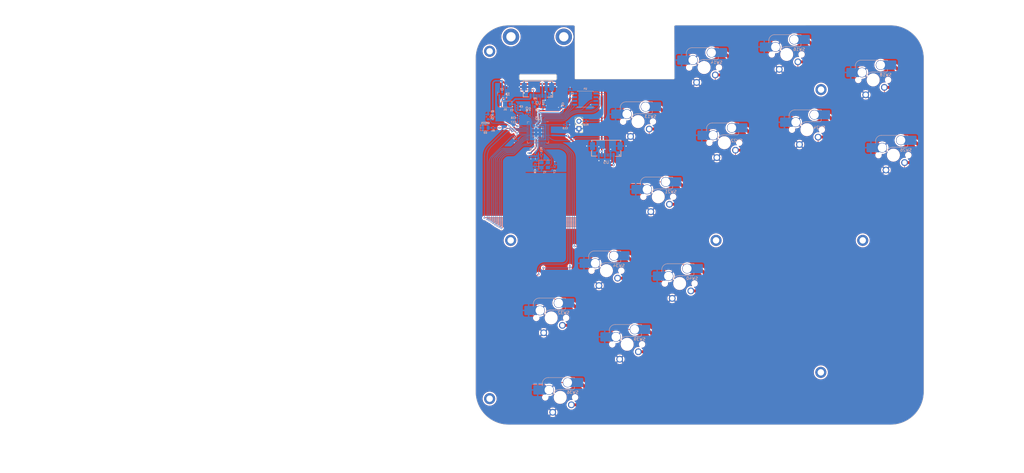
<source format=kicad_pcb>
(kicad_pcb (version 20221018) (generator pcbnew)
  (layers (0 "F.Cu" signal) (31 "B.Cu" signal) (34 "B.Paste" user) (35 "F.Paste" user) (36 "B.SilkS" user "B.Silkscreen") (37 "F.SilkS" user "F.Silkscreen") (38 "B.Mask" user) (39 "F.Mask" user) (44 "Edge.Cuts" user))
  (net 0 "")
  (net 1 "GND")
  (net 2 "START")
  (net 9 "C_UP")
  (net 10 "C_LT")
  (net 11 "A")
  (net 12 "C_DN")
  (net 13 "C_RT")
  (net 14 "UP")
  (net 15 "MS")
  (net 16 "Z")
  (net 17 "LS")
  (net 18 "X")
  (net 19 "Y")
  (net 20 "B")
  (net 21 "R")
  (net 22 "DATA")
  (net 23 "D-")
  (net 24 "D+")
  (net 25 "+5V")
  (net 26 "Net-(D1-A)")
  (net 27 "+3V3")
  (net 28 "+1V1")
  (net 29 "XTAL_IN")
  (net 30 "/XTAL_O")
  (net 31 "PICO_LED")
  (net 32 "~{RESET}")
  (net 33 "SWD")
  (net 34 "SWCLK")
  (net 35 "/D_+")
  (net 36 "/D_-")
  (net 37 "XTAL_OUT")
  (net 38 "/~{USB_BOOT}")
  (net 39 "VBUS_SENSE")
  (net 40 "SD3")
  (net 41 "QSPI_CLK")
  (net 42 "SD0")
  (net 43 "SD2")
  (net 44 "SD1")
  (net 48 "Net-(D3-A)")
  (net 52 "GPIO9")
  (footprint "marbastlib-mx:SW_MX_1u" (layer "F.Cu") (at 248.342967 92.263373 180)
    (fp_text reference "SW20" hide)
    (fp_text value "MX_SW_solder" hide)
  )
  (footprint "MountingHole:MountingHole_2.2mm_M2_ISO14580_Pad" (layer "F.Cu") (at 303.755 152.17)
    (fp_text reference "H8" hide)
    (fp_text value "MountingHole")
  )
  (footprint "MountingHole:MountingHole_2.2mm_M2_ISO14580_Pad" (layer "F.Cu") (at 268.035 107.13)
    (fp_text reference "H7" hide)
    (fp_text value "MountingHole")
  )
  (footprint "marbastlib-mx:SW_MX_1u" (layer "F.Cu") (at 230.668565 117.47896 180)
    (fp_text reference "SW35" hide)
    (fp_text value "MX_SW_solder" hide)
  )
  (footprint "MountingHole:MountingHole_2.2mm_M2_ISO14580_Pad" (layer "F.Cu") (at 190.86 161.15)
    (fp_text reference "H8" hide)
    (fp_text value "MountingHole")
  )
  (footprint "marbastlib-mx:SW_MX_1u" (layer "F.Cu") (at 237.739837 142.601357 180)
    (fp_text reference "SW38" hide)
    (fp_text value "MX_SW_solder" hide)
  )
  (footprint "" (layer "F.Cu") (at 216.14 36.67)
    (fp_text reference "")
    (fp_text value "")
  )
  (footprint "marbastlib-mx:SW_MX_1u" (layer "F.Cu") (at 263.956859 48.144517 180)
    (fp_text reference "SW15" hide)
    (fp_text value "MX_SW_solder" hide)
  )
  (footprint "marbastlib-mx:SW_MX_1u" (layer "F.Cu") (at 299.011667 69.348545 180)
    (fp_text reference "SW25" hide)
    (fp_text value "MX_SW_solder" hide)
  )
  (footprint "marbastlib-mx:SW_MX_1u" (layer "F.Cu") (at 211.836182 133.583438 180)
    (fp_text reference "SW33" hide)
    (fp_text value "MX_SW_solder" hide)
  )
  (footprint "marbastlib-mx:SW_MX_1u" (layer "F.Cu") (at 270.852853 73.813729 180)
    (fp_text reference "SW23" hide)
    (fp_text value "MX_SW_solder" hide)
  )
  (footprint "marbastlib-mx:SW_MX_1u" (layer "F.Cu") (at 292.115673 43.679333 180)
    (fp_text reference "SW17" hide)
    (fp_text value "MX_SW_solder" hide)
  )
  (footprint "marbastlib-mx:SW_MX_1u" (layer "F.Cu") (at 255.635123 121.847547 180)
    (fp_text reference "SW41" hide)
    (fp_text value "MX_SW_solder" hide)
  )
  (footprint "marbastlib-mx:SW_MX_1u" (layer "F.Cu") (at 214.907454 160.705835 180)
    (fp_text reference "SW37" hide)
    (fp_text value "MX_SW_solder" hide)
  )
  (footprint "Connector_PinHeader_2.54mm:PinHeader_1x02_P2.54mm_Vertical" (layer "F.Cu") (at 221.3 69.005 180)
    (fp_text reference "J1" hide)
    (fp_text value "Conn_01x02" hide)
  )
  (footprint "MountingHole:MountingHole_2.2mm_M2_ISO14580_Pad" (layer "F.Cu") (at 303.82 55.683383 15)
    (fp_text reference "H5" hide)
    (fp_text value "MountingHole")
  )
  (footprint "MountingHole:MountingHole_2.2mm_M2_ISO14580_Pad" (layer "F.Cu") (at 190.86 42.61)
    (fp_text reference "H6" hide)
    (fp_text value "MountingHole")
  )
  (footprint "MountingHole:MountingHole_2.2mm_M2_ISO14580_Pad" (layer "F.Cu") (at 198.035 107.13)
    (fp_text reference "H7" hide)
    (fp_text value "MountingHole")
  )
  (footprint "marbastlib-mx:SW_MX_1u" (layer "F.Cu") (at 241.447232 66.595127 180)
    (fp_text reference "SW12" hide)
    (fp_text value "MX_SW_solder" hide)
  )
  (footprint "MountingHole:MountingHole_2.2mm_M2_ISO14580_Pad" (layer "F.Cu") (at 318.035 107.13)
    (fp_text reference "H7" hide)
    (fp_text value "MountingHole")
  )
  (footprint "marbastlib-mx:SW_MX_1u" (layer "F.Cu") (at 328.491562 78.051119 180)
    (fp_text reference "SW27" hide)
    (fp_text value "MX_SW_solder" hide)
  )
  (footprint "marbastlib-mx:SW_MX_1u" (layer "F.Cu") (at 321.595568 52.381907 180)
    (fp_text reference "SW19" hide)
    (fp_text value "MX_SW_solder" hide)
  )
  (footprint "" (layer "F.Cu") (at 198.64 45.67)
    (fp_text reference "")
    (fp_text value "")
  )
  (footprint "marbastlib-mx:SW_MX_HS_1u" (layer "B.Cu") (at 211.836182 133.583438 180)
    (fp_text reference "SW32")
    (fp_text value "MX_SW_HS" hide)
  )
  (footprint "Capacitor_SMD:C_0402_1005Metric" (layer "B.Cu") (at 203.55525 64.026018 90)
    (fp_text reference "C12")
    (fp_text value "100nF")
  )
  (footprint "marbastlib-mx:SW_MX_HS_1u" (layer "B.Cu") (at 241.447232 66.595127 180)
    (fp_text reference "SW13")
    (fp_text value "MX_SW_HS" hide)
  )
  (footprint "Capacitor_SMD:C_0402_1005Metric" (layer "B.Cu") (at 209.14 61.67 90)
    (fp_text reference "C10")
    (fp_text value "1uF")
  )
  (footprint "marbastlib-mx:SW_MX_HS_1u" (layer "B.Cu") (at 255.635123 121.847547 180)
    (fp_text reference "SW40")
    (fp_text value "MX_SW_HS" hide)
  )
  (footprint "Capacitor_SMD:C_0402_1005Metric" (layer "B.Cu") (at 200.86 65.28025 180)
    (fp_text reference "C16")
    (fp_text value "100nF")
  )
  (footprint "Capacitor_SMD:C_0402_1005Metric" (layer "B.Cu") (at 204.924 77.85325 -90)
    (fp_text reference "C6")
    (fp_text value "100nF")
  )
  (footprint "Resistor_SMD:R_0603_1608Metric" (layer "B.Cu") (at 190.347 64.97 90)
    (fp_text reference "R6")
    (fp_text value "10k")
  )
  (footprint "Capacitor_SMD:C_0402_1005Metric" (layer "B.Cu") (at 216.64 67.67)
    (fp_text reference "C13")
    (fp_text value "100nF")
  )
  (footprint "footprint:FPC-SMD_X05A26H12G" (layer "B.Cu") (at 230.605 76.46851)
    (fp_text reference "U5")
    (fp_text value "X05A26H12G")
  )
  (footprint "marbastlib-mx:SW_MX_HS_1u" (layer "B.Cu") (at 299.011667 69.348545 180)
    (fp_text reference "SW24")
    (fp_text value "MX_SW_HS" hide)
  )
  (footprint "Capacitor_SMD:C_0402_1005Metric" (layer "B.Cu") (at 204.57125 64.026018 90)
    (fp_text reference "C4")
    (fp_text value "1uF")
  )
  (footprint "Capacitor_SMD:C_0402_1005Metric" (layer "B.Cu") (at 206.448 77.85325 -90)
    (fp_text reference "C14")
    (fp_text value "100nF")
  )
  (footprint "marbastlib-mx:SW_MX_HS_1u" (layer "B.Cu") (at 292.115673 43.679333 180)
    (fp_text reference "SW16")
    (fp_text value "MX_SW_HS" hide)
  )
  (footprint "Capacitor_SMD:C_0402_1005Metric" (layer "B.Cu") (at 218.3 56.395 90)
    (fp_text reference "C3")
    (fp_text value "100nF")
  )
  (footprint "LED_SMD:LED_0805_2012Metric" (layer "B.Cu") (at 189.4295 68.72)
    (fp_text reference "D3")
    (fp_text value "GREEN")
  )
  (footprint "Capacitor_SMD:C_0402_1005Metric" (layer "B.Cu") (at 199.997 61.47)
    (fp_text reference "C9")
    (fp_text value "10uF")
  )
  (footprint "Capacitor_SMD:C_0402_1005Metric" (layer "B.Cu") (at 206.34925 81.425018 90)
    (fp_text reference "C8")
    (fp_text value "22pF")
  )
  (footprint "qw-footprints:RP2040-QFN-56" (layer "B.Cu") (at 207.337 70.265 180)
    (fp_text reference "U3")
    (fp_text value "RP2040")
  )
  (footprint "Resistor_SMD:R_0603_1608Metric" (layer "B.Cu") (at 206.365 59.98 180)
    (fp_text reference "R9")
    (fp_text value "27")
  )
  (footprint "Crystal:Crystal_SMD_3225-4Pin_3.2x2.5mm" (layer "B.Cu") (at 209.623 81.40925)
    (fp_text reference "Y1")
    (fp_text value "12MHz")
  )
  (footprint "marbastlib-mx:SW_MX_HS_1u" (layer "B.Cu") (at 270.852853 73.813729 180)
    (fp_text reference "SW22")
    (fp_text value "MX_SW_HS" hide)
  )
  (footprint "Resistor_SMD:R_0603_1608Metric" (layer "B.Cu") (at 207.075 61.48 180)
    (fp_text reference "R8")
    (fp_text value "27")
  )
  (footprint "Diode_SMD:D_SOD-123" (layer "B.Cu") (at 196.14 60.67 180)
    (fp_text reference "D1")
    (fp_text value "Schottky Diode")
  )
  (footprint "Package_TO_SOT_SMD:SOT-23" (layer "B.Cu") (at 195.14 57.1075 90)
    (fp_text reference "U1")
    (fp_text value "XC6206")
  )
  (footprint "marbastlib-mx:SW_MX_HS_1u" (layer "B.Cu") (at 230.668565 117.47896 180)
    (fp_text reference "SW34")
    (fp_text value "MX_SW_HS" hide)
  )
  (footprint "Resistor_SMD:R_0402_1005Metric" (layer "B.Cu") (at 192.057 68.73 180)
    (fp_text reference "R4")
    (fp_text value "470")
  )
  (footprint "footprint:FPC-SMD_X05A26H12G" (layer "B.Cu") (at 207.337 56.265)
    (fp_text reference "U2")
    (fp_text value "X05A26H12G")
  )
  (footprint "Resistor_SMD:R_0603_1608Metric" (layer "B.Cu") (at 191.887 64.975 -90)
    (fp_text reference "R5")
    (fp_text value "5.6k")
  )
  (footprint "marbastlib-mx:SW_MX_HS_1u" (layer "B.Cu") (at 263.956859 48.144517 180)
    (fp_text reference "SW14")
    (fp_text value "MX_SW_HS" hide)
  )
  (footprint "marbastlib-mx:SW_MX_HS_1u" (layer "B.Cu") (at 237.739837 142.601357 180)
    (fp_text reference "SW39")
    (fp_text value "MX_SW_HS" hide)
  )
  (footprint "marbastlib-mx:SW_MX_HS_1u" (layer "B.Cu") (at 248.342967 92.263373 180)
    (fp_text reference "SW21")
    (fp_text value "MX_SW_HS" hide)
  )
  (footprint "marbastlib-mx:SW_MX_HS_1u" (layer "B.Cu") (at 214.907454 160.705835 180)
    (fp_text reference "SW36")
    (fp_text value "MX_SW_HS" hide)
  )
  (footprint "Capacitor_SMD:C_0402_1005Metric" (layer "B.Cu") (at 195.64 54.67 180)
    (fp_text reference "C2")
    (fp_text value "1uF")
  )
  (footprint "marbastlib-mx:SW_MX_HS_1u" (layer "B.Cu") (at 328.491562 78.051119 180)
    (fp_text reference "SW26")
    (fp_text value "MX_SW_HS" hide)
  )
  (footprint "Capacitor_SMD:C_0402_1005Metric" (layer "B.Cu") (at 199.997 62.67 180)
    (fp_text reference "C1")
    (fp_text value "1uF")
  )
  (footprint "Capacitor_SMD:C_0402_1005Metric" (layer "B.Cu") (at 215.861 62.23225 90)
    (fp_text reference "C5")
    (fp_text value "100nF")
  )
  (footprint "Capacitor_SMD:C_0402_1005Metric" (layer "B.Cu") (at 200.86 66.80425 180)
    (fp_text reference "C17")
    (fp_text value "100nF")
  )
  (footprint "Resistor_SMD:R_0402_1005Metric" (layer "B.Cu") (at 223.73 66.475)
    (fp_text reference "R10")
    (fp_text value "1k")
  )
  (footprint "Capacitor_SMD:C_0402_1005Metric" (layer "B.Cu") (at 213.052 81.679018 -90)
    (fp_text reference "C7")
    (fp_text value "22pF")
  )
  (footprint "Package_SO:SOIC-8_5.23x5.23mm_P1.27mm" (layer "B.Cu") (at 223.467 58.92 180)
    (fp_text reference "U4")
    (fp_text value "W25Q128JVS")
  )
  (footprint "Resistor_SMD:R_0402_1005Metric" (layer "B.Cu") (at 208.48 77.85325 90)
    (fp_text reference "R11")
    (fp_text value "1k")
  )
  (footprint "Capacitor_SMD:C_0402_1005Metric" (layer "B.Cu") (at 200.301741 72.786258 -135)
    (fp_text reference "C15")
    (fp_text value "100nF")
  )
  (footprint "marbastlib-mx:SW_MX_HS_1u" (layer "B.Cu") (at 321.595568 52.381907 180)
    (fp_text reference "SW18")
    (fp_text value "MX_SW_HS" hide)
  )
  (gr_arc (start 253.868757 51.81) (mid 253.766242 52.057472) (end 253.518758 52.16) (stroke (width 0.1)) (layer "Edge.Cuts"))
  (gr_arc (start 213.29 50.49) (mid 213.572843 50.607157) (end 213.69 50.89) (stroke (width 0.2)) (layer "Edge.Cuts"))
  (gr_line (start 186.12 45.02) (end 186.12 158.74) (stroke (width 0.1)) (layer "Edge.Cuts"))
  (gr_line (start 338.82 45.02) (end 338.82 158.74) (stroke (width 0.1)) (layer "Edge.Cuts"))
  (gr_line (start 197.37 169.99) (end 327.57 169.99) (stroke (width 0.1)) (layer "Edge.Cuts"))
  (gr_arc (start 213.69 52.02) (mid 213.572843 52.302843) (end 213.29 52.42) (stroke (width 0.2)) (layer "Edge.Cuts"))
  (gr_arc (start 201.01 50.89) (mid 201.127157 50.607157) (end 201.41 50.49) (stroke (width 0.2)) (layer "Edge.Cuts"))
  (gr_line (start 201.01 52.02) (end 201.01 50.89) (stroke (width 0.2)) (layer "Edge.Cuts"))
  (gr_line (start 253.868757 51.81) (end 253.835 34.127485) (stroke (width 0.1)) (layer "Edge.Cuts"))
  (gr_arc (start 201.41 52.42) (mid 201.127157 52.302843) (end 201.01 52.02) (stroke (width 0.2)) (layer "Edge.Cuts"))
  (gr_line (start 213.29 52.42) (end 201.41 52.42) (stroke (width 0.2)) (layer "Edge.Cuts"))
  (gr_line (start 213.69 50.89) (end 213.69 52.02) (stroke (width 0.2)) (layer "Edge.Cuts"))
  (gr_line (start 201.41 50.49) (end 213.29 50.49) (stroke (width 0.2)) (layer "Edge.Cuts"))
  (gr_arc (start 253.835 34.127485) (mid 253.937518 33.880007) (end 254.185 33.777486) (stroke (width 0.1)) (layer "Edge.Cuts"))
  (gr_arc (start 186.12 45.02) (mid 189.415049 37.065049) (end 197.37 33.77) (stroke (width 0.1)) (layer "Edge.Cuts"))
  (gr_arc (start 327.57 33.77) (mid 335.524951 37.065049) (end 338.82 45.02) (stroke (width 0.1)) (layer "Edge.Cuts"))
  (gr_line (start 219.485 33.780001) (end 197.37 33.77) (stroke (width 0.1)) (layer "Edge.Cuts"))
  (gr_arc (start 338.82 158.74) (mid 335.524951 166.694951) (end 327.57 169.99) (stroke (width 0.1)) (layer "Edge.Cuts"))
  (gr_line (start 219.835 34.12) (end 219.871243 51.81) (stroke (width 0.1)) (layer "Edge.Cuts"))
  (gr_line (start 254.185 33.777486) (end 327.57 33.77) (stroke (width 0.1)) (layer "Edge.Cuts"))
  (gr_arc (start 197.37 169.99) (mid 189.415049 166.694951) (end 186.12 158.74) (stroke (width 0.1)) (layer "Edge.Cuts"))
  (gr_arc (start 220.221242 52.16) (mid 219.973757 52.057473) (end 219.871243 51.81) (stroke (width 0.1)) (layer "Edge.Cuts"))
  (gr_arc (start 219.485 33.780001) (mid 219.732487 33.882513) (end 219.835 34.13) (stroke (width 0.1)) (layer "Edge.Cuts"))
  (gr_line (start 253.518758 52.16) (end 220.221242 52.16) (stroke (width 0.1)) (layer "Edge.Cuts"))
  (segment (start 208.312 71.24) (end 206.362 71.24) (width 0.635) (layer "F.Cu") (net 1))
  (segment (start 206.062 70.265) (end 208.612 70.265) (width 0.635) (layer "F.Cu") (net 1))
  (segment (start 208.612 71.54) (end 208.612 68.99) (width 0.635) (layer "F.Cu") (net 1))
  (segment (start 208.612 71.54) (end 208.312 71.24) (width 0.635) (layer "F.Cu") (net 1))
  (segment (start 206.062 68.99) (end 208.612 68.99) (width 0.635) (layer "F.Cu") (net 1))
  (segment (start 207.337 68.99) (end 207.337 71.54) (width 0.635) (layer "F.Cu") (net 1))
  (segment (start 206.062 71.54) (end 206.062 68.99) (width 0.635) (layer "F.Cu") (net 1))
  (segment (start 206.362 71.24) (end 206.062 71.54) (width 0.635) (layer "F.Cu") (net 1))
  (via (at 214.337 61.75225) (size 0.6) (drill 0.3) (layers "F.Cu" "B.Cu") (net 1))
  (via (at 209.793157 56.42649) (size 0.8) (drill 0.4) (layers "F.Cu" "B.Cu") (net 1))
  (via (at 204.91 79.32) (size 0.6) (drill 0.3) (layers "F.Cu" "B.Cu") (net 1))
  (via (at 232.1 76.04) (size 0.8) (drill 0.4) (layers "F.Cu" "B.Cu") (net 1))
  (via (at 213.052 80.282018) (size 0.6) (drill 0.3) (layers "F.Cu" "B.Cu") (net 1))
  (via (at 206.44 79.33) (size 0.6) (drill 0.3) (layers "F.Cu" "B.Cu") (net 1))
  (via (at 228.09 75.19) (size 0.8) (drill 0.4) (layers "F.Cu" "B.Cu") (net 1))
  (via (at 201.267 62.68) (size 0.6) (drill 0.3) (layers "F.Cu" "B.Cu") (net 1))
  (via (at 202.615753 56.82649) (size 0.8) (drill 0.4) (layers "F.Cu" "B.Cu") (net 1))
  (via (at 197.14 54.67) (size 0.6) (drill 0.3) (layers "F.Cu" "B.Cu") (net 1))
  (via (at 237.37 74.95) (size 0.8) (drill 0.4) (layers "F.Cu" "B.Cu") (net 1))
  (via (at 198.657 61.52) (size 0.6) (drill 0.3) (layers "F.Cu" "B.Cu") (net 1))
  (via (at 206.34925 82.949018) (size 0.6) (drill 0.3) (layers "F.Cu" "B.Cu") (net 1))
  (via (at 209.813157 59.29649) (size 0.8) (drill 0.4) (layers "F.Cu" "B.Cu") (net 1))
  (via (at 230.12 76.03) (size 0.8) (drill 0.4) (layers "F.Cu" "B.Cu") (net 1))
  (via (at 223.95 74.93) (size 0.8) (drill 0.4) (layers "F.Cu" "B.Cu") (net 1))
  (via (at 199.285741 73.802258) (size 0.6) (drill 0.3) (layers "F.Cu" "B.Cu") (net 1))
  (via (at 228.11 79.92) (size 0.8) (drill 0.4) (layers "F.Cu" "B.Cu") (net 1))
  (via (at 218.3 54.905) (size 0.6) (drill 0.3) (layers "F.Cu" "B.Cu") (net 1))
  (via (at 203.55525 62.629018) (size 0.6) (drill 0.3) (layers "F.Cu" "B.Cu") (net 1))
  (via (at 230.09 79.9) (size 0.8) (drill 0.4) (layers "F.Cu" "B.Cu") (net 1))
  (via (at 200.985753 54.78649) (size 0.8) (drill 0.4) (layers "F.Cu" "B.Cu") (net 1))
  (via (at 212.005753 56.81649) (size 0.8) (drill 0.4) (layers "F.Cu" "B.Cu") (net 1))
  (via (at 232.07 79.91) (size 0.8) (drill 0.4) (layers "F.Cu" "B.Cu") (net 1))
  (via (at 213.675753 54.73649) (size 0.8) (drill 0.4) (layers "F.Cu" "B.Cu") (net 1))
  (via (at 218.14 67.67) (size 0.6) (drill 0.3) (layers "F.Cu" "B.Cu") (net 1))
  (via (at 225.2895 60.835) (size 0.6) (drill 0.3) (layers "F.Cu" "B.Cu") (net 1))
  (via (at 200.38025 64.44) (size 0.6) (drill 0.3) (layers "F.Cu" "B.Cu") (net 1))
  (via (at 210.14 61.17) (size 0.6) (drill 0.3) (layers "F.Cu" "B.Cu") (net 1))
  (segment (start 200.477 62.67) (end 201.257 62.67) (width 0.5) (layer "B.Cu") (net 1))
  (segment (start 204.924 79.306) (end 204.91 79.32) (width 0.2) (layer "B.Cu") (net 1))
  (segment (start 206.44 79.33) (end 206.448 78.532268) (width 0.2) (layer "B.Cu") (net 1))
  (segment (start 223.95 74.93) (end 223.948505 74.928505) (width 0.3) (layer "B.Cu") (net 1))
  (segment (start 223.948505 74.928505) (end 223.921495 74.928505) (width 0.3) (layer "B.Cu") (net 1))
  (segment (start 199.96233 73.12567) (end 199.285741 73.802258) (width 0.381) (layer "B.Cu") (net 1))
  (segment (start 237.388505 74.928505) (end 237.4 74.94) (width 0.3) (layer "B.Cu") (net 1))
  (segment (start 212.02209 54.724995) (end 212.02209 56.800153) (width 0.5) (layer "B.Cu") (net 1))
  (segment (start 201.257 62.67) (end 201.267 62.68) (width 0.5) (layer "B.Cu") (net 1))
  (segment (start 225.920011 74.928505) (end 223.951495 74.928505) (width 0.3) (layer "B.Cu") (net 1))
  (segment (start 209.824455 58.75649) (end 209.824455 59.285192) (width 0.5) (layer "B.Cu") (net 1))
  (segment (start 204.924 78.33325) (end 204.924 79.306) (width 0.2) (layer "B.Cu") (net 1))
  (segment (start 200.38025 64.44) (end 200.38025 65.28) (width 0.381) (layer "B.Cu") (net 1))
  (segment (start 223.951495 74.928505) (end 223.95 74.93) (width 0.3) (layer "B.Cu") (net 1))
  (segment (start 232.07 76.07) (end 232.1 76.04) (width 0.5) (layer "B.Cu") (net 1))
  (segment (start 200.38 65.28025) (end 200.38 66.80425) (width 0.381) (layer "B.Cu") (net 1))
  (segment (start 202.652011 54.724995) (end 202.652011 56.790232) (width 0.5) (layer "B.Cu") (net 1))
  (segment (start 213.052 80.282018) (end 213.052 81.199018) (width 0.381) (layer "B.Cu") (net 1))
  (segment (start 237.37 74.95) (end 237.388505 74.928505) (width 0.3) (layer "B.Cu") (net 1))
  (segment (start 212.02209 54.724995) (end 213.664258 54.724995) (width 0.5) (layer "B.Cu") (net 1))
  (segment (start 200.477 61.47) (end 200.477 62.67) (width 0.5) (layer "B.Cu") (net 1))
  (segment (start 227.0295 60.82) (end 225.3045 60.82) (width 0.5) (layer "B.Cu") (net 1))
  (segment (start 232.07 79.91) (end 232.07 76.07) (width 0.5) (layer "B.Cu") (net 1))
  (segment (start 210.12 61.19) (end 210.14 61.17) (width 0.2) (layer "B.Cu") (net 1))
  (segment (start 217.12 67.67) (end 218.14 67.67) (width 0.2) (layer "B.Cu") (net 1))
  (segment (start 230.09 79.9) (end 230.09 76.06) (width 0.5) (layer "B.Cu") (net 1))
  (segment (start 228.11 79.92) (end 228.09 75.19) (width 0.5) (layer "B.Cu") (net 1))
  (segment (start 218.299999 55.915) (end 218.3 54.905) (width 0.5) (layer "B.Cu") (net 1))
  (segment (start 206.34925 81.905018) (end 208.168768 81.905018) (width 0.381) (layer "B.Cu") (net 1))
  (segment (start 206.34925 81.905018) (end 206.34925 82.949018) (width 0.381) (layer "B.Cu") (net 1))
  (segment (start 203.55525 63.546018) (end 203.55525 62.629018) (width 0.2) (layer "B.Cu") (net 1))
  (segment (start 209.14 61.19) (end 210.12 61.19) (width 0.2) (layer "B.Cu") (net 1))
  (segment (start 208.645097 75.167341) (end 212.551575 79.073819) (width 0.2) (layer "B.Cu") (net 1))
  (segment (start 196.12 54.67) (end 197.14 54.67) (width 0.2) (layer "B.Cu") (net 1))
  (segment (start 208.337 73.7025) (end 208.337 74.423529) (width 0.2) (layer "B.Cu") (net 1))
  (segment (start 208.769978 82.25925) (end 210.469978 80.55925) (width 0.254) (layer "B.Cu") (net 1))
  (segment (start 235.29009 74.928505) (end 237.37 74.95) (width 0.3) (layer "B.Cu") (net 1))
  (segment (start 206.448 78.532268) (end 206.448 78.33325) (width 0.2) (layer "B.Cu") (net 1))
  (segment (start 215.861 61.75225) (end 214.337 61.75225) (width 0.5) (layer "B.Cu") (net 1))
  (segment (start 223.921495 74.928505) (end 223.92 74.93) (width 0.25) (layer "B.Cu") (net 1))
  (segment (start 202.652011 54.724995) (end 201.047248 54.724995) (width 0.5) (layer "B.Cu") (net 1))
  (segment (start 209.824455 58.75649) (end 209.824455 56.457788) (width 0.5) (layer "B.Cu") (net 1))
  (arc (start 213.052 80.282018) (mid 212.921944 79.628116) (end 212.551575 79.073819) (width 0.2) (layer "B.Cu") (net 1))
  (arc (start 208.337 74.423529) (mid 208.417072 74.826077) (end 208.645097 75.167341) (width 0.2) (layer "B.Cu") (net 1))
  (segment (start 219.76 109.15) (end 228.716964 109.15) (width 0.2) (layer "F.Cu") (net 9))
  (segment (start 233.208565 112.398961) (end 236.396565 112.39896) (width 1) (layer "F.Cu") (net 9))
  (segment (start 230.838285 110.02868) (end 233.208565 112.39896) (width 0.2) (layer "F.Cu") (net 9))
  (segment (start 236.396565 120.01896) (end 234.478565 120.01896) (width 1) (layer "F.Cu") (net 9))
  (segment (start 239.396565 115.39896) (end 239.396565 117.018961) (width 1) (layer "F.Cu") (net 9))
  (via (at 219.76 109.15) (size 0.6) (drill 0.3) (layers "F.Cu" "B.Cu") (net 9))
  (arc (start 239.396565 115.39896) (mid 238.517885 113.27764) (end 236.396565 112.39896) (width 1) (layer "F.Cu") (net 9))
  (arc (start 236.396565 120.01896) (mid 238.517885 119.140281) (end 239.396565 117.018961) (width 1) (layer "F.Cu") (net 9))
  (arc (start 228.716964 109.15) (mid 229.865015 109.378361) (end 230.838285 110.02868) (width 0.2) (layer "F.Cu") (net 9))
  (segment (start 211.364938 74.294018) (end 214.550048 74.294018) (width 0.2) (layer "B.Cu") (net 9))
  (segment (start 217.378475 75.465591) (end 218.70745 76.794566) (width 0.2) (layer "B.Cu") (net 9))
  (segment (start 219.586092 78.901074) (end 219.77 109.15) (width 0.2) (layer "B.Cu") (net 9))
  (arc (start 214.550048 74.294018) (mid 216.080782 74.5985) (end 217.378475 75.465591) (width 0.2) (layer "B.Cu") (net 9))
  (arc (start 209.937 73.7025) (mid 210.592186 74.140308) (end 211.364938 74.294018) (width 0.2) (layer "B.Cu") (net 9))
  (arc (start 218.70745 76.794566) (mid 219.354925 77.760997) (end 219.586092 78.901074) (width 0.2) (layer "B.Cu") (net 9))
  (segment (start 214.376182 128.503439) (end 217.564182 128.503438) (width 1) (layer "F.Cu") (net 10))
  (segment (start 220.564182 131.503438) (end 220.564182 133.123439) (width 1) (layer "F.Cu") (net 10))
  (segment (start 217.564182 136.123438) (end 215.646182 136.123438) (width 1) (layer "F.Cu") (net 10))
  (segment (start 209.14 116.47) (end 209.14 122.024615) (width 0.2) (layer "F.Cu") (net 10))
  (segment (start 210.01868 124.145936) (end 214.376182 128.503438) (width 0.2) (layer "F.Cu") (net 10))
  (via (at 209.14 116.47) (size 0.6) (drill 0.3) (layers "F.Cu" "B.Cu") (net 10))
  (arc (start 220.564182 131.503438) (mid 219.685502 129.382118) (end 217.564182 128.503438) (width 1) (layer "F.Cu") (net 10))
  (arc (start 217.564182 136.123438) (mid 219.685502 135.244758) (end 220.564182 133.123439) (width 1) (layer "F.Cu") (net 10))
  (arc (start 209.14 122.024615) (mid 209.368361 123.172666) (end 210.01868 124.145936) (width 0.2) (layer "F.Cu") (net 10))
  (segment (start 210.112357 74.694018) (end 214.384362 74.694018) (width 0.2) (layer "B.Cu") (net 10))
  (segment (start 209.718268 74.507042) (end 209.669784 74.458559) (width 0.2) (layer "B.Cu") (net 10))
  (segment (start 209.195786 116.525786) (end 209.14 116.47) (width 0.2) (layer "B.Cu") (net 10))
  (segment (start 218.147206 116.525786) (end 209.195786 116.525786) (width 0.2) (layer "B.Cu") (net 10))
  (segment (start 219.147182 115.518803) (end 218.890646 78.784529) (width 0.2) (layer "B.Cu") (net 10))
  (segment (start 209.537 73.7025) (end 209.537 74.137995) (width 0.2) (layer "B.Cu") (net 10))
  (segment (start 218.011968 76.664771) (end 217.193648 75.846451) (width 0.2) (layer "B.Cu") (net 10))
  (arc (start 218.890646 78.784529) (mid 218.661987 77.637319) (end 218.011968 76.664771) (width 0.2) (layer "B.Cu") (net 10))
  (arc (start 219.147182 115.518803) (mid 218.856778 116.23042) (end 218.147206 116.525786) (width 0.2) (layer "B.Cu") (net 10))
  (arc (start 209.758804 74.547572) (mid 209.921016 74.655958) (end 210.112357 74.694018) (width 0.2) (layer "B.Cu") (net 10))
  (arc (start 209.537 74.137995) (mid 209.571509 74.311483) (end 209.669784 74.458559) (width 0.2) (layer "B.Cu") (net 10))
  (arc (start 214.384362 74.694018) (mid 215.915096 74.9985) (end 217.212789 75.865591) (width 0.2) (layer "B.Cu") (net 10))
  (segment (start 237.943998 137.521357) (end 240.279837 137.521357) (width 0.2) (layer "F.Cu") (net 11))
  (segment (start 219.08868 119.901622) (end 235.948529 136.761471) (width 0.2) (layer "F.Cu") (net 11))
  (segment (start 243.467837 145.141357) (end 241.549836 145.141357) (width 1) (layer "F.Cu") (net 11))
  (segment (start 246.467837 140.521357) (end 246.467837 142.141358) (width 1) (layer "F.Cu") (net 11))
  (segment (start 240.279837 137.521357) (end 243.467837 137.521357) (width 1) (layer "F.Cu") (net 11))
  (segment (start 218.21 115.925786) (end 218.21 117.780301) (width 0.2) (layer "F.Cu") (net 11))
  (via (at 218.21 115.925786) (size 0.6) (drill 0.3) (layers "F.Cu" "B.Cu") (net 11))
  (arc (start 243.467837 145.141357) (mid 245.589157 144.262677) (end 246.467837 142.141358) (width 1) (layer "F.Cu") (net 11))
  (arc (start 246.467837 140.521357) (mid 245.589157 138.400037) (end 243.467837 137.521357) (width 1) (layer "F.Cu") (net 11))
  (arc (start 218.21 117.780301) (mid 218.438362 118.928352) (end 219.08868 119.901622) (width 0.2) (layer "F.Cu") (net 11))
  (arc (start 235.822678 136.642678) (mid 236.795948 137.292996) (end 237.943998 137.521357) (width 0.2) (layer "F.Cu") (net 11))
  (segment (start 218.21 115.925786) (end 218.21 78.671128) (width 0.2) (layer "B.Cu") (net 11))
  (segment (start 217.046622 76.26511) (end 217.331321 76.549809) (width 0.2) (layer "B.Cu") (net 11))
  (segment (start 214.218195 75.093537) (end 210.071134 75.093537) (width 0.2) (layer "B.Cu") (net 11))
  (segment (start 209.474888 74.828662) (end 209.353175 74.706957) (width 0.2) (layer "B.Cu") (net 11))
  (segment (start 209.505448 74.859222) (end 209.474888 74.828662) (width 0.2) (layer "B.Cu") (net 11))
  (segment (start 209.137 74.185084) (end 209.137 73.7025) (width 0.2) (layer "B.Cu") (net 11))
  (arc (start 218.21 78.671128) (mid 217.981643 77.523088) (end 217.331321 76.549809) (width 0.2) (layer "B.Cu") (net 11))
  (arc (start 209.353175 74.706957) (mid 209.193182 74.467521) (end 209.137 74.185084) (width 0.2) (layer "B.Cu") (net 11))
  (arc (start 210.071134 75.093537) (mid 209.764987 75.032641) (end 209.505448 74.859222) (width 0.2) (layer "B.Cu") (net 11))
  (arc (start 217.046622 76.26511) (mid 215.748929 75.398019) (end 214.218195 75.093537) (width 0.2) (layer "B.Cu") (net 11))
  (segment (start 220.635454 163.245835) (end 218.717454 163.245835) (width 1) (layer "F.Cu") (net 12))
  (segment (start 207.567998 118.663993) (end 207.446007 118.663993) (width 0.25) (layer "F.Cu") (net 12))
  (segment (start 223.635454 158.625835) (end 223.635454 160.245835) (width 1) (layer "F.Cu") (net 12))
  (segment (start 217.447454 155.625835) (end 220.635454 155.625835) (width 1) (layer "F.Cu") (net 12))
  (segment (start 199.94 131.204718) (end 199.978749 152.63126) (width 0.25) (layer "F.Cu") (net 12))
  (segment (start 202.978744 155.625835) (end 217.447454 155.625835) (width 0.25) (layer "F.Cu") (net 12))
  (segment (start 207.446007 118.663993) (end 203.500083 122.609917) (width 0.25) (layer "F.Cu") (net 12))
  (via (at 207.567998 118.663993) (size 0.6) (drill 0.3) (layers "F.Cu" "B.Cu") (net 12))
  (arc (start 220.635454 163.245835) (mid 222.756774 162.367155) (end 223.635454 160.245835) (width 1) (layer "F.Cu") (net 12))
  (arc (start 203.500083 122.609917) (mid 200.865235 126.553245) (end 199.94 131.204718) (width 0.25) (layer "F.Cu") (net 12))
  (arc (start 199.978749 152.63126) (mid 200.859343 154.749072) (end 202.978744 155.625835) (width 0.25) (layer "F.Cu") (net 12))
  (arc (start 223.635454 158.625835) (mid 222.756774 156.504515) (end 220.635454 155.625835) (width 1) (layer "F.Cu") (net 12))
  (segment (start 217.664196 78.563495) (end 217.50891 113.230887) (width 0.2) (layer "B.Cu") (net 12))
  (segment (start 207.570378 118.539622) (end 207.570378 117.227685) (width 0.2) (layer "B.Cu") (net 12))
  (segment (start 207.54 118.57) (end 207.570378 118.539622) (width 0.2) (layer "B.Cu") (net 12))
  (segment (start 209.988491 75.493057) (end 214.052029 75.493057) (width 0.2) (layer "B.Cu") (net 12))
  (segment (start 215.510868 115.221928) (end 209.56844 115.227686) (width 0.2) (layer "B.Cu") (net 12))
  (segment (start 209.009274 74.928054) (end 209.281384 75.200164) (width 0.2) (layer "B.Cu") (net 12))
  (segment (start 208.737 73.7025) (end 208.737 74.270726) (width 0.2) (layer "B.Cu") (net 12))
  (arc (start 216.880456 76.66463) (mid 217.461807 77.535866) (end 217.664196 78.563495) (width 0.2) (layer "B.Cu") (net 12))
  (arc (start 209.56844 115.227686) (mid 208.155479 115.814157) (end 207.570378 117.227685) (width 0.2) (layer "B.Cu") (net 12))
  (arc (start 217.50891 113.230887) (mid 216.920659 114.638622) (end 215.510868 115.221928) (width 0.2) (layer "B.Cu") (net 12))
  (arc (start 214.052029 75.493057) (mid 215.582763 75.797539) (end 216.880456 76.66463) (width 0.2) (layer "B.Cu") (net 12))
  (arc (start 209.281384 75.200164) (mid 209.605808 75.416937) (end 209.988491 75.493057) (width 0.2) (layer "B.Cu") (net 12))
  (arc (start 208.737 74.270726) (mid 208.807762 74.626469) (end 209.009274 74.928054) (width 0.2) (layer "B.Cu") (net 12))
  (segment (start 194.87 102.96) (end 195.29 102.54) (width 0.2) (layer "F.Cu") (net 13))
  (segment (start 195.29 102.54) (end 242.704935 102.54) (width 0.2) (layer "F.Cu") (net 13))
  (segment (start 261.363123 124.387547) (end 259.445122 124.387547) (width 1) (layer "F.Cu") (net 13))
  (segment (start 264.363123 119.767547) (end 264.363122 121.387547) (width 1) (layer "F.Cu") (net 13))
  (segment (start 244.826256 103.41868) (end 258.175123 116.767547) (width 0.2) (layer "F.Cu") (net 13))
  (segment (start 258.175122 116.767547) (end 261.363122 116.767548) (width 1) (layer "F.Cu") (net 13))
  (via (at 194.87 102.96) (size 0.6) (drill 0.3) (layers "F.Cu" "B.Cu") (net 13))
  (arc (start 244.826256 103.41868) (mid 243.852986 102.768361) (end 242.704935 102.54) (width 0.2) (layer "F.Cu") (net 13))
  (arc (start 261.363123 124.387547) (mid 263.484443 123.508868) (end 264.363122 121.387547) (width 1) (layer "F.Cu") (net 13))
  (arc (start 264.363123 119.767547) (mid 263.484443 117.646227) (end 261.363122 116.767548) (width 1) (layer "F.Cu") (net 13))
  (segment (start 204.534454 74.694018) (end 203.042402 74.694018) (width 0.2) (layer "B.Cu") (net 13))
  (segment (start 194.77 80.238427) (end 194.77 102.96) (width 0.2) (layer "B.Cu") (net 13))
  (segment (start 204.961264 74.515736) (end 204.958718 74.518282) (width 0.2) (layer "B.Cu") (net 13))
  (segment (start 205.137 73.7025) (end 205.137 74.091472) (width 0.2) (layer "B.Cu") (net 13))
  (segment (start 198.653777 77.84) (end 197.168427 77.84) (width 0.2) (layer "B.Cu") (net 13))
  (segment (start 195.754213 78.425787) (end 195.355786 78.824214) (width 0.2) (layer "B.Cu") (net 13))
  (segment (start 201.628189 75.279803) (end 199.360883 77.547107) (width 0.2) (layer "B.Cu") (net 13))
  (arc (start 204.958718 74.518282) (mid 204.764064 74.648346) (end 204.534454 74.694018) (width 0.2) (layer "B.Cu") (net 13))
  (arc (start 197.168427 77.84) (mid 196.40306 77.992241) (end 195.754213 78.425787) (width 0.2) (layer "B.Cu") (net 13))
  (arc (start 203.042402 74.694018) (mid 202.277036 74.846258) (end 201.628189 75.279803) (width 0.2) (layer "B.Cu") (net 13))
  (arc (start 195.355786 78.824214) (mid 194.922241 79.47306) (end 194.77 80.238427) (width 0.2) (layer "B.Cu") (net 13))
  (arc (start 205.137 74.091472) (mid 205.091328 74.321082) (end 204.961264 74.515736) (width 0.2) (layer "B.Cu") (net 13))
  (arc (start 199.360883 77.547107) (mid 199.03646 77.76388) (end 198.653777 77.84) (width 0.2) (layer "B.Cu") (net 13))
  (segment (start 194.17 102.55) (end 194.58 102.14) (width 0.2) (layer "F.Cu") (net 14))
  (segment (start 332.301562 83.527359) (end 332.301562 80.591119) (width 0.2) (layer "F.Cu") (net 14))
  (segment (start 315.810242 101.26132) (end 331.422883 85.648679) (width 0.2) (layer "F.Cu") (net 14))
  (segment (start 194.58 102.14) (end 313.688921 102.14) (width 0.2) (layer "F.Cu") (net 14))
  (segment (start 337.219562 75.971119) (end 337.219562 77.59112) (width 1) (layer "F.Cu") (net 14))
  (segment (start 331.031562 72.97112) (end 334.219561 72.97112) (width 1) (layer "F.Cu") (net 14))
  (segment (start 334.219562 80.591119) (end 332.301562 80.591119) (width 1) (layer "F.Cu") (net 14))
  (via (at 194.17 102.55) (size 0.6) (drill 0.3) (layers "F.Cu" "B.Cu") (net 14))
  (arc (start 315.810242 101.26132) (mid 314.836972 101.911639) (end 313.688921 102.14) (width 0.2) (layer "F.Cu") (net 14))
  (arc (start 334.219562 80.591119) (mid 336.340882 79.71244) (end 337.219562 77.59112) (width 1) (layer "F.Cu") (net 14))
  (arc (start 332.301562 83.527359) (mid 332.073201 84.675409) (end 331.422883 85.648679) (width 0.2) (layer "F.Cu") (net 14))
  (arc (start 337.219562 75.971119) (mid 336.340882 73.849799) (end 334.219561 72.97112) (width 1) (layer "F.Cu") (net 14))
  (segment (start 194.108275 80.140152) (end 194.17 102.55) (width 0.2) (layer "B.Cu") (net 14))
  (segment (start 201.462503 74.879804) (end 199.345975 76.99633) (width 0.2) (layer "B.Cu") (net 14))
  (segment (start 204.737 73.7025) (end 204.731268 73.708232) (width 0.2) (layer "B.Cu") (net 14))
  (segment (start 198.638869 77.289223) (end 196.959204 77.289223) (width 0.2) (layer "B.Cu") (net 14))
  (segment (start 203.317055 74.294018) (end 202.876716 74.294018) (width 0.2) (layer "B.Cu") (net 14))
  (segment (start 195.544991 77.875009) (end 194.694062 78.725938) (width 0.2) (layer "B.Cu") (net 14))
  (arc (start 194.694062 78.725938) (mid 194.260516 79.374785) (end 194.108275 80.140152) (width 0.2) (layer "B.Cu") (net 14))
  (arc (start 202.876716 74.294018) (mid 202.111349 74.446259) (end 201.462503 74.879804) (width 0.2) (layer "B.Cu") (net 14))
  (arc (start 204.731268 73.708232) (mid 204.082422 74.141777) (end 203.317055 74.294018) (width 0.2) (layer "B.Cu") (net 14))
  (arc (start 196.959204 77.289223) (mid 196.193837 77.441464) (end 195.544991 77.875009) (width 0.2) (layer "B.Cu") (net 14))
  (arc (start 199.345975 76.99633) (mid 199.021552 77.213103) (end 198.638869 77.289223) (width 0.2) (layer "B.Cu") (net 14))
  (segment (start 324.135568 47.301908) (end 327.323567 47.301908) (width 1) (layer "F.Cu") (net 15))
  (segment (start 283.54868 100.86132) (end 324.526889 59.883111) (width 0.2) (layer "F.Cu") (net 15))
  (segment (start 330.323568 50.301907) (end 330.323568 51.921908) (width 1) (layer "F.Cu") (net 15))
  (segment (start 193.46 102.16) (end 193.88 101.74) (width 0.2) (layer "F.Cu") (net 15))
  (segment (start 325.405568 57.761791) (end 325.405568 54.921907) (width 0.2) (layer "F.Cu") (net 15))
  (segment (start 327.323568 54.921907) (end 325.405568 54.921907) (width 1) (layer "F.Cu") (net 15))
  (segment (start 193.88 101.74) (end 281.427359 101.74) (width 0.2) (layer "F.Cu") (net 15))
  (via (at 193.46 102.16) (size 0.6) (drill 0.3) (layers "F.Cu" "B.Cu") (net 15))
  (arc (start 327.323568 54.921907) (mid 329.444888 54.043228) (end 330.323568 51.921908) (width 1) (layer "F.Cu") (net 15))
  (arc (start 330.323568 50.301907) (mid 329.444888 48.180587) (end 327.323567 47.301908) (width 1) (layer "F.Cu") (net 15))
  (arc (start 281.427359 101.74) (mid 282.57541 101.511638) (end 283.54868 100.86132) (width 0.2) (layer "F.Cu") (net 15))
  (arc (start 325.405568 57.761791) (mid 325.177207 58.909841) (end 324.526889 59.883111) (width 0.2) (layer "F.Cu") (net 15))
  (segment (start 193.38 80.068427) (end 193.38 94.369255) (width 0.2) (layer "B.Cu") (net 15))
  (segment (start 198.473184 76.889223) (end 196.559204 76.889223) (width 0.2) (layer "B.Cu") (net 15))
  (segment (start 202.35429 73.422331) (end 199.18029 76.59633) (width 0.2) (layer "B.Cu") (net 15))
  (segment (start 193.379255 94.37) (end 193.36 102.16) (width 0.2) (layer "B.Cu") (net 15))
  (segment (start 203.8995 72.865) (end 203.699806 72.865) (width 0.2) (layer "B.Cu") (net 15))
  (segment (start 195.14499 77.47501) (end 193.965786 78.654214) (width 0.2) (layer "B.Cu") (net 15))
  (arc (start 199.18029 76.59633) (mid 198.855867 76.813103) (end 198.473184 76.889223) (width 0.2) (layer "B.Cu") (net 15))
  (arc (start 196.559204 76.889223) (mid 195.793837 77.041464) (end 195.14499 77.47501) (width 0.2) (layer "B.Cu") (net 15))
  (arc (start 203.699806 72.865) (mid 202.971618 73.009846) (end 202.35429 73.422331) (width 0.2) (layer "B.Cu") (net 15))
  (arc (start 193.38 80.068427) (mid 193.532241 79.30306) (end 193.965786 78.654214) (width 0.2) (layer "B.Cu") (net 15))
  (segment (start 301.551666 64.268544) (end 304.739667 64.268545) (width 1) (layer "F.Cu") (net 16))
  (segment (start 278.633212 100.46132) (end 301.942988 77.151544) (width 0.2) (layer "F.Cu") (net 16))
  (segment (start 193.16 101.34) (end 276.511891 101.34) (width 0.2) (layer "F.Cu") (net 16))
  (segment (start 192.76 101.74) (end 193.16 101.34) (width 0.2) (layer "F.Cu") (net 16))
  (segment (start 307.739667 67.268544) (end 307.739666 68.888544) (width 1) (layer "F.Cu") (net 16))
  (segment (start 304.739667 71.888545) (end 302.821666 71.888545) (width 1) (layer "F.Cu") (net 16))
  (segment (start 302.821667 75.030224) (end 302.821667 71.888545) (width 0.2) (layer "F.Cu") (net 16))
  (via (at 192.76 101.74) (size 0.6) (drill 0.3) (layers "F.Cu" "B.Cu") (net 16))
  (arc (start 304.739667 71.888545) (mid 306.860987 71.009865) (end 307.739666 68.888544) (width 1) (layer "F.Cu") (net 16))
  (arc (start 302.821667 75.030224) (mid 302.593306 76.178274) (end 301.942988 77.151544) (width 0.2) (layer "F.Cu") (net 16))
  (arc (start 307.739667 67.268544) (mid 306.860987 65.147225) (end 304.739667 64.268545) (width 1) (layer "F.Cu") (net 16))
  (arc (start 278.633212 100.46132) (mid 277.659942 101.111639) (end 276.511891 101.34) (width 0.2) (layer "F.Cu") (net 16))
  (segment (start 192.761028 94.368972) (end 192.76 94.37) (width 0.2) (layer "B.Cu") (net 16))
  (segment (start 192.761028 79.87) (end 192.761028 94.368972) (width 0.2) (layer "B.Cu") (net 16))
  (segment (start 203.525742 72.465) (end 203.8995 72.465) (width 0.2) (layer "B.Cu") (net 16))
  (segment (start 196.20489 76.489223) (end 198.55828 76.489223) (width 0.2) (layer "B.Cu") (net 16))
  (segment (start 192.76 101.74) (end 192.76 94.37) (width 0.2) (layer "B.Cu") (net 16))
  (segment (start 198.837274 76.37366) (end 202.194529 73.016406) (width 0.2) (layer "B.Cu") (net 16))
  (segment (start 193.345787 78.519899) (end 194.790676 77.07501) (width 0.2) (layer "B.Cu") (net 16))
  (arc (start 192.76 79.934113) (mid 192.912241 79.168746) (end 193.345787 78.519899) (width 0.2) (layer "B.Cu") (net 16))
  (arc (start 198.55828 76.489223) (mid 198.70927 76.459189) (end 198.837274 76.37366) (width 0.2) (layer "B.Cu") (net 16))
  (arc (start 194.790676 77.07501) (mid 195.439523 76.641464) (end 196.20489 76.489223) (width 0.2) (layer "B.Cu") (net 16))
  (arc (start 202.194529 73.016406) (mid 202.805295 72.608306) (end 203.525742 72.465) (width 0.2) (layer "B.Cu") (net 16))
  (segment (start 266.36 96.59) (end 281.195534 81.754466) (width 0.2) (layer "F.Cu") (net 17))
  (segment (start 295.925673 53.149636) (end 295.925673 46.219333) (width 0.2) (layer "F.Cu") (net 17))
  (segment (start 262.88868 100.06132) (end 266.36 96.59) (width 0.2) (layer "F.Cu") (net 17))
  (segment (start 297.843673 46.219333) (end 295.925673 46.219333) (width 1) (layer "F.Cu") (net 17))
  (segment (start 300.843673 41.599332) (end 300.843673 43.219333) (width 1) (layer "F.Cu") (net 17))
  (segment (start 284.117433 67.066751) (end 294.467649 56.678717) (width 0.2) (layer "F.Cu") (net 17))
  (segment (start 294.655673 38.599333) (end 297.843673 38.599333) (width 1) (layer "F.Cu") (net 17))
  (segment (start 192.08 101.25) (end 192.39 100.94) (width 0.2) (layer "F.Cu") (net 17))
  (segment (start 282.66 78.218932) (end 282.66 70.595238) (width 0.2) (layer "F.Cu") (net 17))
  (segment (start 192.39 100.94) (end 260.767359 100.94) (width 0.2) (layer "F.Cu") (net 17))
  (via (at 192.08 101.25) (size 0.6) (drill 0.3) (layers "F.Cu" "B.Cu") (net 17))
  (arc (start 260.767359 100.94) (mid 261.91541 100.711638) (end 262.88868 100.06132) (width 0.2) (layer "F.Cu") (net 17))
  (arc (start 282.66 70.595238) (mid 283.038699 68.686421) (end 284.117433 67.066751) (width 0.2) (layer "F.Cu") (net 17))
  (arc (start 281.195534 81.754466) (mid 282.279398 80.132349) (end 282.66 78.218932) (width 0.2) (layer "F.Cu") (net 17))
  (arc (start 294.467649 56.678717) (mid 295.546814 55.058841) (end 295.925673 53.149636) (width 0.2) (layer "F.Cu") (net 17))
  (arc (start 297.843673 46.219333) (mid 299.964993 45.340653) (end 300.843673 43.219333) (width 1) (layer "F.Cu") (net 17))
  (arc (start 300.843673 41.599332) (mid 299.964993 39.478013) (end 297.843673 38.599333) (width 1) (layer "F.Cu") (net 17))
  (segment (start 192.08 80.048427) (end 192.08 101.25) (width 0.2) (layer "B.Cu") (net 17))
  (segment (start 198.178013 76.089223) (end 196.039204 76.089223) (width 0.2) (layer "B.Cu") (net 17))
  (segment (start 203.8995 72.065) (end 203.408676 72.065) (width 0.2) (layer "B.Cu") (net 17))
  (segment (start 201.994463 72.650786) (end 198.823319 75.821929) (width 0.2) (layer "B.Cu") (net 17))
  (segment (start 194.62499 76.67501) (end 192.665786 78.634214) (width 0.2) (layer "B.Cu") (net 17))
  (arc (start 192.665786 78.634214) (mid 192.232241 79.28306) (end 192.08 80.048427) (width 0.2) (layer "B.Cu") (net 17))
  (arc (start 196.039204 76.089223) (mid 195.273837 76.241464) (end 194.62499 76.67501) (width 0.2) (layer "B.Cu") (net 17))
  (arc (start 203.408676 72.065) (mid 202.643309 72.217241) (end 201.994463 72.650786) (width 0.2) (layer "B.Cu") (net 17))
  (arc (start 198.823319 75.821929) (mid 198.52725 76.019756) (end 198.178013 76.089223) (width 0.2) (layer "B.Cu") (net 17))
  (segment (start 191.65 100.54) (end 254.047359 100.54) (width 0.2) (layer "F.Cu") (net 18))
  (segment (start 191.43 100.76) (end 191.65 100.54) (width 0.2) (layer "F.Cu") (net 18))
  (segment (start 279.580853 71.733729) (end 279.580853 73.35373) (width 1) (layer "F.Cu") (net 18))
  (segment (start 276.580854 76.353729) (end 274.662853 76.353729) (width 1) (layer "F.Cu") (net 18))
  (segment (start 274.662853 79.853734) (end 274.662853 76.353729) (width 0.2) (layer "F.Cu") (net 18))
  (segment (start 256.16868 99.66132) (end 273.788421 81.970798) (width 0.2) (layer "F.Cu") (net 18))
  (segment (start 273.392853 68.73373) (end 276.580853 68.73373) (width 1) (layer "F.Cu") (net 18))
  (via (at 191.43 100.76) (size 0.6) (drill 0.3) (layers "F.Cu" "B.Cu") (net 18))
  (arc (start 254.047359 100.54) (mid 255.19541 100.311638) (end 256.16868 99.66132) (width 0.2) (layer "F.Cu") (net 18))
  (arc (start 279.580853 71.733729) (mid 278.702173 69.612409) (end 276.580853 68.73373) (width 1) (layer "F.Cu") (net 18))
  (arc (start 274.662853 79.853734) (mid 274.435641 80.999006) (end 273.788421 81.970798) (width 0.2) (layer "F.Cu") (net 18))
  (arc (start 276.580854 76.353729) (mid 278.702173 75.47505) (end 279.580853 73.35373) (width 1) (layer "F.Cu") (net 18))
  (segment (start 191.43 79.964113) (end 191.43 100.76) (width 0.2) (layer "B.Cu") (net 18))
  (segment (start 201.828776 72.250787) (end 198.685586 75.393977) (width 0.2) (layer "B.Cu") (net 18))
  (segment (start 203.8995 71.665) (end 203.24299 71.665) (width 0.2) (layer "B.Cu") (net 18))
  (segment (start 197.978479 75.68687) (end 195.707243 75.68687) (width 0.2) (layer "B.Cu") (net 18))
  (segment (start 194.293029 76.272657) (end 192.015786 78.5499) (width 0.2) (layer "B.Cu") (net 18))
  (arc (start 198.685586 75.393977) (mid 198.361162 75.61075) (end 197.978479 75.68687) (width 0.2) (layer "B.Cu") (net 18))
  (arc (start 203.24299 71.665) (mid 202.477623 71.817241) (end 201.828776 72.250787) (width 0.2) (layer "B.Cu") (net 18))
  (arc (start 192.015786 78.5499) (mid 191.582241 79.198746) (end 191.43 79.964113) (width 0.2) (layer "B.Cu") (net 18))
  (arc (start 195.707243 75.68687) (mid 194.941876 75.839111) (end 194.293029 76.272657) (width 0.2) (layer "B.Cu") (net 18))
  (segment (start 190.94 100.14) (end 190.73 100.35) (width 0.2) (layer "F.Cu") (net 19))
  (segment (start 230.727359 100.14) (end 230.5 100.14) (width 0.2) (layer "F.Cu") (net 19))
  (segment (start 230.5 100.14) (end 251.937359 100.14) (width 0.2) (layer "F.Cu") (net 19))
  (segment (start 266.496859 43.064518) (end 269.684859 43.064518) (width 1) (layer "F.Cu") (net 19))
  (segment (start 258.56 93.517359) (end 258.56 68.862641) (width 0.2) (layer "F.Cu") (net 19))
  (segment (start 272.684859 46.064517) (end 272.684859 47.684518) (width 1) (layer "F.Cu") (net 19))
  (segment (start 269.68486 50.684517) (end 267.766859 50.684517) (width 1) (layer "F.Cu") (net 19))
  (segment (start 230.5 100.14) (end 190.94 100.14) (width 0.2) (layer "F.Cu") (net 19))
  (segment (start 267.766859 57.111178) (end 267.766859 50.684517) (width 0.2) (layer "F.Cu") (net 19))
  (segment (start 254.05868 99.26132) (end 257.681321 95.638679) (width 0.2) (layer "F.Cu") (net 19))
  (segment (start 259.43868 66.74132) (end 266.896571 59.224074) (width 0.2) (layer "F.Cu") (net 19))
  (via (at 190.73 100.35) (size 0.6) (drill 0.3) (layers "F.Cu" "B.Cu") (net 19))
  (arc (start 257.681321 95.638679) (mid 258.331639 94.665409) (end 258.56 93.517359) (width 0.2) (layer "F.Cu") (net 19))
  (arc (start 269.68486 50.684517) (mid 271.806179 49.805838) (end 272.684859 47.684518) (width 1) (layer "F.Cu") (net 19))
  (arc (start 258.56 68.862641) (mid 258.788361 67.71459) (end 259.43868 66.74132) (width 0.2) (layer "F.Cu") (net 19))
  (arc (start 272.684859 46.064517) (mid 271.80618 43.943197) (end 269.684859 43.064518) (width 1) (layer "F.Cu") (net 19))
  (arc (start 251.937359 100.14) (mid 253.08541 99.911638) (end 254.05868 99.26132) (width 0.2) (layer "F.Cu") (net 19))
  (arc (start 266.896571 59.224074) (mid 267.540768 58.253733) (end 267.766859 57.111178) (width 0.2) (layer "F.Cu") (net 19))
  (segment (start 199.651315 71.46) (end 198.954214 71.46) (width 0.2) (layer "B.Cu") (net 19))
  (segment (start 200.367636 71.157893) (end 200.358422 71.167107) (width 0.2) (layer "B.Cu") (net 19))
  (segment (start 198.247107 71.752893) (end 191.518679 78.481321) (width 0.2) (layer "B.Cu") (net 19))
  (segment (start 190.64 100.26) (end 190.73 100.35) (width 0.2) (layer "B.Cu") (net 19))
  (segment (start 190.64 80.602641) (end 190.64 100.26) (width 0.2) (layer "B.Cu") (net 19))
  (segment (start 203.8995 70.865) (end 201.074743 70.865) (width 0.2) (layer "B.Cu") (net 19))
  (arc (start 191.518679 78.481321) (mid 190.868361 79.454591) (end 190.64 80.602641) (width 0.2) (layer "B.Cu") (net 19))
  (arc (start 200.358422 71.167107) (mid 200.033998 71.38388) (end 199.651315 71.46) (width 0.2) (layer "B.Cu") (net 19))
  (arc (start 201.074743 70.865) (mid 200.692059 70.94112) (end 200.367636 71.157893) (width 0.2) (layer "B.Cu") (net 19))
  (arc (start 198.954214 71.46) (mid 198.571531 71.53612) (end 198.247107 71.752893) (width 0.2) (layer "B.Cu") (net 19))
  (segment (start 235.451159 87.183373) (end 250.882967 87.183373) (width 0.2) (layer "F.Cu") (net 20))
  (segment (start 230.44 96.74) (end 230.451174 92.171144) (width 0.2) (layer "F.Cu") (net 20))
  (segment (start 190.24 99.74) (end 227.44 99.74) (width 0.2) (layer "F.Cu") (net 20))
  (segment (start 250.882966 87.183372) (end 254.070967 87.183373) (width 1) (layer "F.Cu") (net 20))
  (segment (start 190.04 99.94) (end 190.24 99.74) (width 0.2) (layer "F.Cu") (net 20))
  (segment (start 254.070967 94.803373) (end 252.152966 94.803373) (width 1) (layer "F.Cu") (net 20))
  (segment (start 257.070967 90.183373) (end 257.070966 91.803373) (width 1) (layer "F.Cu") (net 20))
  (via (at 190.04 99.94) (size 0.6) (drill 0.3) (layers "F.Cu" "B.Cu") (net 20))
  (arc (start 257.070967 90.183373) (mid 256.192287 88.062053) (end 254.070967 87.183373) (width 1) (layer "F.Cu") (net 20))
  (arc (start 254.070967 94.803373) (mid 256.192287 93.924693) (end 257.070966 91.803373) (width 1) (layer "F.Cu") (net 20))
  (arc (start 227.44 99.74) (mid 229.56132 98.86132) (end 230.44 96.74) (width 0.2) (layer "F.Cu") (net 20))
  (arc (start 235.451159 87.183373) (mid 231.919951 88.643518) (end 230.451174 92.171144) (width 0.2) (layer "F.Cu") (net 20))
  (segment (start 200.802 69.265) (end 198.811579 69.314323) (width 0.2) (layer "B.Cu") (net 20))
  (segment (start 203.8995 69.265) (end 200.802 69.265) (width 0.2) (layer "B.Cu") (net 20))
  (segment (start 196.841924 70.117457) (end 191.504466 75.085534) (width 0.2) (layer "B.Cu") (net 20))
  (segment (start 190.04 78.621068) (end 190.04 99.94) (width 0.2) (layer "B.Cu") (net 20))
  (arc (start 198.811579 69.314323) (mid 197.753181 69.535462) (end 196.841924 70.117457) (width 0.2) (layer "B.Cu") (net 20))
  (arc (start 191.504466 75.085534) (mid 190.420602 76.707651) (end 190.04 78.621068) (width 0.2) (layer "B.Cu") (net 20))
  (segment (start 189.23 99.34) (end 225.473145 99.34) (width 0.2) (layer "F.Cu") (net 21))
  (segment (start 245.257232 73.908768) (end 245.257232 69.135127) (width 0.2) (layer "F.Cu") (net 21))
  (segment (start 226.180252 99.047107) (end 227.56132 97.666039) (width 0.2) (layer "F.Cu") (net 21))
  (segment (start 247.175232 69.135127) (end 245.257231 69.135127) (width 1) (layer "F.Cu") (net 21))
  (segment (start 243.987231 61.515126) (end 247.175232 61.515127) (width 1) (layer "F.Cu") (net 21))
  (segment (start 229.025787 90.96864) (end 244.671446 75.322981) (width 0.2) (layer "F.Cu") (net 21))
  (segment (start 228.44 95.544718) (end 228.44 92.382854) (width 0.2) (layer "F.Cu") (net 21))
  (segment (start 250.175232 64.515127) (end 250.175231 66.135126) (width 1) (layer "F.Cu") (net 21))
  (segment (start 189.07 99.5) (end 189.23 99.34) (width 0.2) (layer "F.Cu") (net 21))
  (via (at 189.07 99.5) (size 0.6) (drill 0.3) (layers "F.Cu" "B.Cu") (net 21))
  (arc (start 227.56132 97.666039) (mid 228.211639 96.692769) (end 228.44 95.544718) (width 0.2) (layer "F.Cu") (net 21))
  (arc (start 247.175232 69.135127) (mid 249.296552 68.256447) (end 250.175231 66.135126) (width 1) (layer "F.Cu") (net 21))
  (arc (start 250.175232 64.515127) (mid 249.296552 62.393807) (end 247.175232 61.515127) (width 1) (layer "F.Cu") (net 21))
  (arc (start 225.473145 99.34) (mid 225.855829 99.26388) (end 226.180252 99.047107) (width 0.2) (layer "F.Cu") (net 21))
  (arc (start 245.257232 73.908768) (mid 245.104991 74.674135) (end 244.671446 75.322981) (width 0.2) (layer "F.Cu") (net 21))
  (arc (start 228.44 92.382854) (mid 228.592241 91.617487) (end 229.025787 90.96864) (width 0.2) (layer "F.Cu") (net 21))
  (segment (start 198.05 68.890296) (end 197.872195 68.892329) (width 0.2) (layer "B.Cu") (net 21))
  (segment (start 198.05 68.890296) (end 197.772345 68.890296) (width 0.2) (layer "B.Cu") (net 21))
  (segment (start 189.092867 93.37) (end 189.07 99.5) (width 0.2) (layer "B.Cu") (net 21))
  (segment (start 189.096569 78.377546) (end 189.092867 93.37) (width 0.2) (layer "B.Cu") (net 21))
  (segment (start 195.651024 69.768976) (end 190.561006 74.858994) (width 0.2) (layer "B.Cu") (net 21))
  (segment (start 200.262 68.865) (end 198.05 68.890296) (width 0.2) (layer "B.Cu") (net 21))
  (segment (start 203.8995 68.865) (end 200.262 68.865) (width 0.2) (layer "B.Cu") (net 21))
  (arc (start 190.561006 74.858994) (mid 189.480399 76.473269) (end 189.096569 78.377546) (width 0.2) (layer "B.Cu") (net 21))
  (arc (start 197.772345 68.890296) (mid 196.624294 69.118658) (end 195.651024 69.768976) (width 0.2) (layer "B.Cu") (net 21))
  (segment (start 195.75568 58.48432) (end 197.581321 56.658679) (width 0.25) (layer "F.Cu") (net 22))
  (segment (start 196.257401 66.320401) (end 195.755679 65.818679) (width 0.25) (layer "F.Cu") (net 22))
  (segment (start 194.877 63.697359) (end 194.877 60.605641) (width 0.25) (layer "F.Cu") (net 22))
  (segment (start 199.702641 55.78) (end 205.83 55.78) (width 0.25) (layer "F.Cu") (net 22))
  (segment (start 200.247 68.15) (end 199.708759 67.75) (width 0.25) (layer "F.Cu") (net 22))
  (via (at 200.247 68.15) (size 0.6) (drill 0.3) (layers "F.Cu" "B.Cu") (net 22))
  (via (at 205.83 55.78) (size 0.6) (drill 0.3) (layers "F.Cu" "B.Cu") (net 22))
  (arc (start 194.877 60.605641) (mid 195.105362 59.45759) (end 195.75568 58.48432) (width 0.25) (layer "F.Cu") (net 22))
  (arc (start 199.708759 67.75) (mid 197.840898 67.37846) (end 196.257401 66.320401) (width 0.25) (layer "F.Cu") (net 22))
  (arc (start 195.755679 65.818679) (mid 195.105361 64.845409) (end 194.877 63.697359) (width 0.25) (layer "F.Cu") (net 22))
  (arc (start 199.702641 55.78) (mid 198.554591 56.008361) (end 197.581321 56.658679) (width 0.25) (layer "F.Cu") (net 22))
  (segment (start 205.83 55.78) (end 205.83 55.9) (width 0.2) (layer "B.Cu") (net 22))
  (segment (start 200.247 68.15) (end 201.619746 68.15) (width 0.2) (layer "B.Cu") (net 22))
  (segment (start 205.83 57.805005) (end 205.83 58.41) (width 0.3) (layer "B.Cu") (net 22))
  (segment (start 201.930873 68.278873) (end 201.988127 68.336127) (width 0.2) (layer "B.Cu") (net 22))
  (segment (start 202.299254 68.465) (end 203.8995 68.465) (width 0.2) (layer "B.Cu") (net 22))
  (segment (start 205.83 57.805005) (end 205.83 55.78) (width 0.3) (layer "B.Cu") (net 22))
  (arc (start 201.619746 68.15) (mid 201.788127 68.183493) (end 201.930873 68.278873) (width 0.2) (layer "B.Cu") (net 22))
  (arc (start 201.988127 68.336127) (mid 202.130873 68.431507) (end 202.299254 68.465) (width 0.2) (layer "B.Cu") (net 22))
  (segment (start 207.087114 59.877114) (end 207.19 59.98) (width 0.25) (layer "B.Cu") (net 23))
  (segment (start 207.087114 57.805005) (end 207.087114 59.877114) (width 0.25) (layer "B.Cu") (net 23))
  (arc (start 206.585027 57.805153) (mid 206.832514 57.907665) (end 207.080001 57.805152) (width 0.25) (layer "B.Cu") (net 23))
  (arc (start 207.08 57.799999) (mid 206.832513 57.697487) (end 206.585026 57.8) (width 0.25) (layer "B.Cu") (net 23))
  (segment (start 208.087114 57.805005) (end 208.087114 61.292886) (width 0.25) (layer "B.Cu") (net 24))
  (segment (start 208.087114 61.292886) (end 207.9 61.48) (width 0.25) (layer "B.Cu") (net 24))
  (arc (start 207.572527 57.827653) (mid 207.820014 57.930165) (end 208.067501 57.827652) (width 0.25) (layer "B.Cu") (net 24))
  (arc (start 208.0675 57.822499) (mid 207.820013 57.719987) (end 207.572526 57.8225) (width 0.25) (layer "B.Cu") (net 24))
  (segment (start 208.82 53.75) (end 196.634214 53.75) (width 0.5) (layer "F.Cu") (net 25))
  (segment (start 229.13 76.66) (end 229.1 76.69) (width 0.5) (layer "F.Cu") (net 25))
  (segment (start 208.82 53.75) (end 217 53.75) (width 0.5) (layer "F.Cu") (net 25))
  (segment (start 217 53.75) (end 226.082614 53.75) (width 0.5) (layer "F.Cu") (net 25))
  (segment (start 229.1 76.69) (end 229.082613 56.747384) (width 0.5) (layer "F.Cu") (net 25))
  (segment (start 195.927107 53.457107) (end 195.14 52.67) (width 0.5) (layer "F.Cu") (net 25))
  (segment (start 208.82 53.75) (end 208.74 53.67) (width 0.5) (layer "F.Cu") (net 25))
  (via (at 229.1 76.69) (size 0.8) (drill 0.4) (layers "F.Cu" "B.Cu") (net 25))
  (via (at 195.14 52.67) (size 0.6) (drill 0.3) (layers "F.Cu" "B.Cu") (net 25))
  (via (at 208.82 53.75) (size 0.8) (drill 0.4) (layers "F.Cu" "B.Cu") (net 25))
  (arc (start 196.634214 53.75) (mid 196.251531 53.67388) (end 195.927107 53.457107) (width 0.5) (layer "F.Cu") (net 25))
  (arc (start 226.082614 53.75) (mid 228.203009 54.627755) (end 229.082613 56.747384) (width 0.5) (layer "F.Cu") (net 25))
  (segment (start 191.94 53.67) (end 191.94 64.097) (width 0.5) (layer "B.Cu") (net 25))
  (segment (start 229.1 78.39) (end 229.11 78.4) (width 0.5) (layer "B.Cu") (net 25))
  (segment (start 195.14 52.67) (end 195.14 56.17) (width 0.5) (layer "B.Cu") (net 25))
  (segment (start 191.94 64.097) (end 191.887 64.15) (width 0.5) (layer "B.Cu") (net 25))
  (segment (start 195.14 52.67) (end 192.94 52.67) (width 0.5) (layer "B.Cu") (net 25))
  (segment (start 208.82 53.75) (end 208.84 53.84) (width 0.5) (layer "B.Cu") (net 25))
  (segment (start 229.1 76.69) (end 229.1 78.39) (width 0.5) (layer "B.Cu") (net 25))
  (segment (start 208.83 58.25) (end 208.82 53.75) (width 0.5) (layer "B.Cu") (net 25))
  (arc (start 229.354974 77.959999) (mid 229.107487 77.857487) (end 228.86 77.96) (width 0.25) (layer "B.Cu") (net 25))
  (arc (start 192.94 52.67) (mid 192.232893 52.962893) (end 191.94 53.67) (width 0.5) (layer "B.Cu") (net 25))
  (arc (start 228.860001 77.965153) (mid 229.107488 78.067665) (end 229.354975 77.965152) (width 0.25) (layer "B.Cu") (net 25))
  (segment (start 194.19 60.37) (end 194.49 60.67) (width 0.5) (layer "B.Cu") (net 26))
  (segment (start 194.19 58.045) (end 194.19 60.37) (width 0.5) (layer "B.Cu") (net 26))
  (segment (start 207.816079 62.846079) (end 207.64 62.67) (width 0.5) (layer "F.Cu") (net 27))
  (segment (start 217.46 71.46) (end 220.987107 74.987107) (width 0.5) (layer "F.Cu") (net 27))
  (segment (start 221.28 75.694214) (end 221.28 78.43) (width 0.5) (layer "F.Cu") (net 27))
  (segment (start 214.316079 62.846079) (end 207.816079 62.846079) (width 0.5) (layer "F.Cu") (net 27))
  (segment (start 224.28 81.43) (end 233.09 81.43) (width 0.5) (layer "F.Cu") (net 27))
  (segment (start 217.29343 60.462838) (end 214.316079 62.846079) (width 0.5) (layer "F.Cu") (net 27))
  (via (at 218.297 58.04) (size 0.6) (drill 0.3) (layers "F.Cu" "B.Cu") (net 27))
  (via (at 217.46 71.46) (size 0.8) (drill 0.4) (layers "F.Cu" "B.Cu") (net 27))
  (via (at 233.05 81.38) (size 0.8) (drill 0.4) (layers "F.Cu" "B.Cu") (net 27))
  (via (at 207.64 62.67) (size 0.6) (drill 0.3) (layers "F.Cu" "B.Cu") (net 27))
  (arc (start 218.297 58.04) (mid 218.036181 59.351232) (end 217.29343 60.462838) (width 0.5) (layer "F.Cu") (net 27))
  (arc (start 221.28 75.694214) (mid 221.20388 75.311531) (end 220.987107 74.987107) (width 0.5) (layer "F.Cu") (net 27))
  (arc (start 224.28 81.43) (mid 222.15868 80.55132) (end 221.28 78.43) (width 0.5) (layer "F.Cu") (net 27))
  (segment (start 206.98425 76.472018) (end 206.448 77.008268) (width 0.5) (layer "B.Cu") (net 27))
  (segment (start 204.82 58.6) (end 204.82 57.23) (width 0.5) (layer "B.Cu") (net 27))
  (segment (start 200.77 58.9) (end 199.56 58.9) (width 0.5) (layer "B.Cu") (net 27))
  (segment (start 227.238396 57.01) (end 227.233396 57.015) (width 0.2) (layer "B.Cu") (net 27))
  (segment (start 202.202857 67.372107) (end 201.635 66.80425) (width 0.2) (layer "B.Cu") (net 27))
  (segment (start 204.444107 65.394875) (end 203.55525 64.506018) (width 0.2) (layer "B.Cu") (net 27))
  (segment (start 228.697 58.540665) (end 228.697 60.540298) (width 0.2) (layer "B.Cu") (net 27))
  (segment (start 209.937 66.344512) (end 215.280145 66.344512) (width 0.2) (layer "B.Cu") (net 27))
  (segment (start 205.137 66.8275) (end 204.737 66.4275) (width 0.2) (layer "B.Cu") (net 27))
  (segment (start 227.233396 57.015) (end 227.067 57.015) (width 0.2) (layer "B.Cu") (net 27))
  (segment (start 210.7745 67.665) (end 209.607232 67.665) (width 0.2) (layer "B.Cu") (net 27))
  (segment (start 233.09 81.46) (end 233.09 81.42) (width 0.5) (layer "B.Cu") (net 27))
  (segment (start 209.607232 67.665) (end 209.52425 67.582018) (width 0.2) (layer "B.Cu") (net 27))
  (segment (start 204.737 66.8275) (end 204.737 67.62625) (width 0.2) (layer "B.Cu") (net 27))
  (segment (start 206.737 66.8275) (end 206.737 66.299935) (width 0.2) (layer "B.Cu") (net 27))
  (segment (start 200.302893 63.69) (end 199.517 62.904107) (width 0.5) (layer "B.Cu") (net 27))
  (segment (start 206.854158 66.017092) (end 206.956 65.91525) (width 0.2) (layer "B.Cu") (net 27))
  (segment (start 204.797 67.69325) (end 205.137 67.35325) (width 0.2) (layer "B.Cu") (net 27))
  (segment (start 208.62 62.67) (end 209.14 62.15) (width 0.2) (layer "B.Cu") (net 27))
  (segment (start 207.137 66.8275) (end 207.137 67.683268) (width 0.2) (layer "B.Cu") (net 27))
  (segment (start 206.98425 76.472018) (end 207.137 76.319268) (width 0.2) (layer "B.Cu") (net 27))
  (segment (start 207.137 73.7025) (end 207.137 72.97325) (width 0.2) (layer "B.Cu") (net 27))
  (segment (start 201.910491 63.69) (end 200.302893 63.69) (width 0.5) (layer "B.Cu") (net 27))
  (segment (start 207.64 62.67) (end 206.95885 63.797418) (width 0.2) (layer "B.Cu") (net 27))
  (segment (start 210.01975 71.265) (end 210.004 71.24925) (width 0.2) (layer "B.Cu") (net 27))
  (segment (start 207.64 62.67) (end 208.62 62.67) (width 0.2) (layer "B.Cu") (net 27))
  (segment (start 207.137 76.319268) (end 207.137 73.7025) (width 0.2) (layer "B.Cu") (net 27))
  (segment (start 233.09 81.42) (end 233.05 81.38) (width 0.5) (layer "B.Cu") (net 27))
  (segment (start 210.7745 71.265) (end 210.01975 71.265) (width 0.2) (layer "B.Cu") (net 27))
  (segment (start 199.517 60.772) (end 199.415 60.67) (width 0.5) (layer "B.Cu") (net 27))
  (segment (start 201.245259 71.81474) (end 200.654741 72.405259) (width 0.381) (layer "B.Cu") (net 27))
  (segment (start 218.297 57.01) (end 219.862 57.01) (width 0.5) (layer "B.Cu") (net 27))
  (segment (start 206.448 77.008268) (end 206.448 77.37325) (width 0.5) (layer "B.Cu") (net 27))
  (segment (start 203.8995 71.265) (end 202.209213 71.265) (width 0.2) (layer "B.Cu") (net 27))
  (segment (start 207.137 67.683268) (end 207.11125 67.709018) (width 0.2) (layer "B.Cu") (net 27))
  (segment (start 206.95885 65.9124) (end 206.956 65.91525) (width 0.2) (layer "B.Cu") (net 27))
  (segment (start 203.55525 64.506018) (end 202.726509 64.506018) (width 0.5) (layer "B.Cu") (net 27))
  (segment (start 210.7745 71.265) (end 212.135243 71.265) (width 0.2) (layer "B.Cu") (net 27))
  (segment (start 199.517 60.772) (end 199.517 62.67) (width 0.5) (layer "B.Cu") (net 27))
  (segment (start 206.737 66.8275) (end 206.737 67.42125) (width 0.2) (layer "B.Cu") (net 27))
  (segment (start 207.137 66.261935) (end 207.137 66.8275) (width 0.2) (layer "B.Cu") (net 27))
  (segment (start 204.737 67.62625) (end 204.67 67.69325) (width 0.2) (layer "B.Cu") (net 27))
  (segment (start 212.135243 71.265) (end 217.46 71.46) (width 0.5) (layer "B.Cu") (net 27))
  (segment (start 199.415 60.67) (end 197.79 60.67) (width 0.5) (layer "B.Cu") (net 27))
  (segment (start 201.34 65.28025) (end 201.34 66.80425) (width 0.381) (layer "B.Cu") (net 27))
  (segment (start 233.09 81.34) (end 233.09 77.54) (width 0.5) (layer "B.Cu") (net 27))
  (segment (start 221.473266 63.465096) (end 224.841904 63.465096) (width 0.2) (layer "B.Cu") (net 27))
  (segment (start 201.635 66.80425) (end 201.34 66.80425) (width 0.381) (layer "B.Cu") (net 27))
  (segment (start 217.401466 65.465832) (end 217.937736 64.929562) (width 0.2) (layer "B.Cu") (net 27))
  (segment (start 205.137 67.35325) (end 205.137 66.8275) (width 0.2) (layer "B.Cu") (net 27))
  (segment (start 210.7745 67.665) (end 216.155 67.665) (width 0.2) (layer "B.Cu") (net 27))
  (segment (start 203.8995 67.665) (end 204.76875 67.665) (width 0.2) (layer "B.Cu") (net 27))
  (segment (start 219.862 57.01) (end 219.867 57.015) (width 0.5) (layer "B.Cu") (net 27))
  (segment (start 203.8995 67.665) (end 202.909964 67.665) (width 0.2) (layer "B.Cu") (net 27))
  (segment (start 201.502106 71.557893) (end 201.245259 71.81474) (width 0.2) (layer "B.Cu") (net 27))
  (segment (start 199.56 58.9) (end 197.79 60.67) (width 0.5) (layer "B.Cu") (net 27))
  (segment (start 217.46 71.46) (end 217.332859 71.4645) (width 0.5) (layer "B.Cu") (net 27))
  (segment (start 230.26 57.01) (end 227.238396 57.01) (width 0.2) (layer "B.Cu") (net 27))
  (segment (start 209.937 66.8275) (end 209.937 66.344512) (width 0.2) (layer "B.Cu") (net 27))
  (segment (start 204.76875 67.665) (end 204.797 67.69325) (width 0.2) (layer "B.Cu") (net 27))
  (segment (start 218.297 58.04) (end 218.297 57.01) (width 0.5) (layer "B.Cu") (net 27))
  (segment (start 225.394469 63.465576) (end 224.842384 63.465576) (width 0.2) (layer "B.Cu") (net 27))
  (segment (start 228.085077 62.017609) (end 227.515789 62.586897) (width 0.2) (layer "B.Cu") (net 27))
  (segment (start 224.24 66.475) (end 227.277442 66.45734) (width 0.25) (layer "B.Cu") (net 27))
  (segment (start 227.067 57.015) (end 227.171335 57.015) (width 0.2) (layer "B.Cu") (net 27))
  (segment (start 233.05 81.38) (end 233.09 81.34) (width 0.5) (layer "B.Cu") (net 27))
  (segment (start 206.956 65.91525) (end 207.019843 65.979093) (width 0.2) (layer "B.Cu") (net 27))
  (segment (start 202.726509 64.506018) (end 201.910491 63.69) (width 0.5) (layer "B.Cu") (net 27))
  (segment (start 200.77 58.9) (end 204.52 58.9) (width 0.5) (layer "B.Cu") (net 27))
  (segment (start 204.52 58.9) (end 204.82 58.6) (width 0.5) (layer "B.Cu") (net 27))
  (segment (start 206.95885 63.797418) (end 206.95885 65.9124) (width 0.2) (layer "B.Cu") (net 27))
  (segment (start 230.26 63.457391) (end 230.26 57.01) (width 0.2) (layer "B.Cu") (net 27))
  (segment (start 233.09 77.54) (end 233.08 77.53) (width 0.5) (layer "B.Cu") (net 27))
  (segment (start 204.737 66.8275) (end 204.737 66.101982) (width 0.2) (layer "B.Cu") (net 27))
  (segment (start 203.8995 71.265) (end 204.772 71.265) (width 0.2) (layer "B.Cu") (net 27))
  (segment (start 216.155 67.665) (end 216.16 67.67) (width 0.2) (layer "B.Cu") (net 27))
  (arc (start 206.737 66.299935) (mid 206.767448 66.146861) (end 206.854158 66.017092) (width 0.2) (layer "B.Cu") (net 27))
  (arc (start 207.137 66.261935) (mid 207.106552 66.108862) (end 207.019843 65.979093) (width 0.2) (layer "B.Cu") (net 27))
  (arc (start 202.909964 67.665) (mid 202.527281 67.58888) (end 202.202857 67.372107) (width 0.2) (layer "B.Cu") (net 27))
  (arc (start 215.280145 66.344512) (mid 216.428196 66.11615) (end 217.401466 65.465832) (width 0.2) (layer "B.Cu") (net 27))
  (arc (start 217.937736 64.929562) (mid 219.559851 63.845699) (end 221.473266 63.465096) (width 0.2) (layer "B.Cu") (net 27))
  (arc (start 230.26 63.457391) (mid 229.387478 65.572536) (end 227.277442 66.45734) (width 0.2) (layer "B.Cu") (net 27))
  (arc (start 227.515789 62.586897) (mid 226.542519 63.237215) (end 225.394469 63.465576) (width 0.2) (layer "B.Cu") (net 27))
  (arc (start 201.502106 71.557893) (mid 201.826529 71.34112) (end 202.209213 71.265) (width 0.2) (layer "B.Cu") (net 27))
  (arc (start 228.697 58.540665) (mid 228.250143 57.461857) (end 227.171335 57.015) (width 0.2) (layer "B.Cu") (net 27))
  (arc (start 204.444107 65.394875) (mid 204.66088 65.719298) (end 204.737 66.101982) (width 0.2) (layer "B.Cu") (net 27))
  (arc (start 233.354974 78.019999) (mid 233.107487 77.917487) (end 232.86 78.02) (width 0.25) (layer "B.Cu") (net 27))
  (arc (start 232.860001 78.025153) (mid 233.107488 78.127665) (end 233.354975 78.025152) (width 0.25) (layer "B.Cu") (net 27))
  (arc (start 228.697 60.540298) (mid 228.537967 61.339813) (end 228.085077 62.017609) (width 0.2) (layer "B.Cu") (net 27))
  (segment (start 206.437357 75.704893) (end 205.074125 77.068125) (width 0.381) (layer "F.Cu") (net 28))
  (segment (start 207.679107 67.051393) (end 206.60325 68.12725) (width 0.381) (layer "F.Cu") (net 28))
  (segment (start 207.779891 63.621931) (end 207.972 66.344286) (width 0.381) (layer "F.Cu") (net 28))
  (segment (start 206.73025 72.3645) (end 206.73025 74.997786) (width 0.381) (layer "F.Cu") (net 28))
  (segment (start 204.367018 77.361018) (end 204.06325 77.361018) (width 0.381) (layer "F.Cu") (net 28))
  (via (at 206.60325 68.12725) (size 0.6) (drill 0.35) (layers "F.Cu" "B.Cu") (net 28))
  (via (at 206.73025 72.3645) (size 0.6) (drill 0.35) (layers "F.Cu" "B.Cu") (net 28))
  (via (at 207.779891 63.621931) (size 0.6) (drill 0.3) (layers "F.Cu" "B.Cu") (net 28))
  (via (at 204.06325 77.361018) (size 0.6) (drill 0.3) (layers "F.Cu" "B.Cu") (net 28))
  (arc (start 206.437357 75.704893) (mid 206.65413 75.38047) (end 206.73025 74.997786) (width 0.381) (layer "F.Cu") (net 28))
  (arc (start 205.074125 77.068125) (mid 204.749702 77.284898) (end 204.367018 77.361018) (width 0.381) (layer "F.Cu") (net 28))
  (arc (start 207.972 66.344286) (mid 207.89588 66.72697) (end 207.679107 67.051393) (width 0.381) (layer "F.Cu") (net 28))
  (segment (start 205.099758 76.902492) (end 206.561264 75.440986) (width 0.2) (layer "B.Cu") (net 28))
  (segment (start 206.737 75.016722) (end 206.737 73.7025) (width 0.2) (layer "B.Cu") (net 28))
  (segment (start 207.537 63.864822) (end 207.779891 63.621931) (width 0.2) (layer "B.Cu") (net 28))
  (segment (start 205.537 66.8275) (end 205.537 67.67125) (width 0.2) (layer "B.Cu") (net 28))
  (segment (start 207.779891 63.621931) (end 215.14 63.67) (width 0.381) (layer "B.Cu") (net 28))
  (segment (start 204.075482 77.37325) (end 204.924 77.37325) (width 0.5) (layer "B.Cu") (net 28))
  (segment (start 207.537 66.8275) (end 207.537 63.864822) (width 0.2) (layer "B.Cu") (net 28))
  (segment (start 205.537 66.8275) (end 205.537 66.196287) (width 0.2) (layer "B.Cu") (net 28))
  (segment (start 204.06325 77.361018) (end 204.075482 77.37325) (width 0.5) (layer "B.Cu") (net 28))
  (segment (start 205.024687 64.959455) (end 204.57125 64.506018) (width 0.2) (layer "B.Cu") (net 28))
  (segment (start 205.537 67.67125) (end 205.686 67.82025) (width 0.2) (layer "B.Cu") (net 28))
  (segment (start 204.924 77.326778) (end 204.924 77.37325) (width 0.2) (layer "B.Cu") (net 28))
  (segment (start 215.14 63.67) (end 215.690616 63.418634) (width 0.381) (layer "B.Cu") (net 28))
  (arc (start 206.561264 75.440986) (mid 206.691328 75.246332) (end 206.737 75.016722) (width 0.2) (layer "B.Cu") (net 28))
  (arc (start 215.690616 63.418634) (mid 215.816718 63.229908) (end 215.861 63.00725) (width 0.381) (layer "B.Cu") (net 28))
  (arc (start 205.099758 76.902492) (mid 204.969682 77.097161) (end 204.924 77.326778) (width 0.2) (layer "B.Cu") (net 28))
  (arc (start 205.024687 64.959455) (mid 205.403854 65.526918) (end 205.537 66.196287) (width 0.2) (layer "B.Cu") (net 28))
  (segment (start 212.036 79.826867) (end 212.036 80.299498) (width 0.2) (layer "B.Cu") (net 29))
  (segment (start 213.052 82.159018) (end 210.823232 82.159018) (width 0.2) (layer "B.Cu") (net 29))
  (segment (start 207.937 73.7025) (end 207.937 74.607819) (width 0.2) (layer "B.Cu") (net 29))
  (segment (start 208.231461 75.318711) (end 211.538467 78.625717) (width 0.2) (layer "B.Cu") (net 29))
  (segment (start 211.520695 81.543555) (end 210.805 82.25925) (width 0.2) (layer "B.Cu") (net 29))
  (arc (start 212.036 79.826867) (mid 211.906695 79.176809) (end 211.538467 78.625717) (width 0.2) (layer "B.Cu") (net 29))
  (arc (start 207.937 74.607819) (mid 208.013528 74.992551) (end 208.231461 75.318711) (width 0.2) (layer "B.Cu") (net 29))
  (arc (start 212.036 80.299498) (mid 211.902077 80.972777) (end 211.520695 81.543555) (width 0.2) (layer "B.Cu") (net 29))
  (segment (start 206.34925 80.945018) (end 208.137232 80.945018) (width 0.2) (layer "B.Cu") (net 30))
  (segment (start 208.48 80.51625) (end 208.48 78.36325) (width 0.2) (layer "B.Cu") (net 30))
  (segment (start 198.437 69.93) (end 198.437 69.816471) (width 0.2) (layer "F.Cu") (net 31))
  (segment (start 194.257 68.73) (end 194.267 68.73) (width 0.2) (layer "F.Cu") (net 31))
  (segment (start 198.437 69.816471) (end 198.229208 69.608679) (width 0.2) (layer "F.Cu") (net 31))
  (segment (start 194.277 68.73) (end 194.237 68.74) (width 0.2) (layer "F.Cu") (net 31))
  (segment (start 196.107888 68.73) (end 194.277 68.73) (width 0.2) (layer "F.Cu") (net 31))
  (segment (start 194.237 68.74) (end 194.257 68.73) (width 0.2) (layer "F.Cu") (net 31))
  (via (at 198.437 69.93) (size 0.6) (drill 0.3) (layers "F.Cu" "B.Cu") (net 31))
  (via (at 194.237 68.74) (size 0.6) (drill 0.3) (layers "F.Cu" "B.Cu") (net 31))
  (arc (start 198.229208 69.608679) (mid 197.255938 68.958361) (end 196.107888 68.73) (width 0.2) (layer "F.Cu") (net 31))
  (segment (start 194.237 68.74) (end 192.577 68.74) (width 0.2) (layer "B.Cu") (net 31))
  (segment (start 203.8995 69.665) (end 200.806961 69.665) (width 0.2) (layer "B.Cu") (net 31))
  (segment (start 200.806961 69.665) (end 198.437 69.93) (width 0.2) (layer "B.Cu") (net 31))
  (segment (start 206.337 66.8275) (end 206.337 61.567) (width 0.2) (layer "B.Cu") (net 35))
  (segment (start 206.337 61.567) (end 206.25 61.48) (width 0.2) (layer "B.Cu") (net 35))
  (segment (start 205.54 64.947121) (end 205.937 65.344121) (width 0.2) (layer "B.Cu") (net 36))
  (segment (start 205.937 65.344121) (end 205.937 66.8275) (width 0.2) (layer "B.Cu") (net 36))
  (segment (start 205.54 59.98) (end 205.54 64.947121) (width 0.2) (layer "B.Cu") (net 36))
  (segment (start 207.537 75.671036) (end 207.537 73.7025) (width 0.2) (layer "B.Cu") (net 37))
  (segment (start 208.48 77.34325) (end 208.48 77.152514) (width 0.2) (layer "B.Cu") (net 37))
  (segment (start 208.392132 76.940382) (end 207.829893 76.378143) (width 0.2) (layer "B.Cu") (net 37))
  (arc (start 208.48 77.152514) (mid 208.457164 77.037709) (end 208.392132 76.940382) (width 0.2) (layer "B.Cu") (net 37))
  (arc (start 207.537 75.671036) (mid 207.61312 76.053719) (end 207.829893 76.378143) (width 0.2) (layer "B.Cu") (net 37))
  (segment (start 221.31 66.475) (end 221.3 66.465) (width 0.25) (layer "B.Cu") (net 38))
  (segment (start 223.22 66.475) (end 221.31 66.475) (width 0.25) (layer "B.Cu") (net 38))
  (segment (start 221.66 66.745) (end 221.65 66.755) (width 0.25) (layer "B.Cu") (net 38))
  (segment (start 197.677 68.18) (end 197.657 68.21) (width 0.2) (layer "F.Cu") (net 39))
  (segment (start 197.657 68.21) (end 197.667 68.18) (width 0.2) (layer "F.Cu") (net 39))
  (segment (start 200.087 70.59) (end 197.677 68.18) (width 0.2) (layer "F.Cu") (net 39))
  (via (at 200.087 70.59) (size 0.6) (drill 0.3) (layers "F.Cu" "B.Cu") (net 39))
  (via (at 197.657 68.21) (size 0.6) (drill 0.3) (layers "F.Cu" "B.Cu") (net 39))
  (segment (start 190.347 65.8) (end 191.127 65.8) (width 0.2) (layer "B.Cu") (net 39))
  (segment (start 192.127 67.16) (end 195.778573 67.16) (width 0.2) (layer "B.Cu") (net 39))
  (segment (start 197.192787 67.745787) (end 197.657 68.21) (width 0.2) (layer "B.Cu") (net 39))
  (segment (start 203.8995 70.065) (end 201.243468 70.065) (width 0.2) (layer "B.Cu") (net 39))
  (segment (start 191.127 65.8) (end 191.887 65.8) (width 0.2) (layer "B.Cu") (net 39))
  (segment (start 191.127 66.16) (end 191.127 65.8) (width 0.2) (layer "B.Cu") (net 39))
  (segment (start 200.536361 70.357893) (end 200.087 70.59) (width 0.2) (layer "B.Cu") (net 39))
  (arc (start 192.127 67.16) (mid 191.419893 66.867107) (end 191.127 66.16) (width 0.2) (layer "B.Cu") (net 39))
  (arc (start 195.778573 67.16) (mid 196.54394 67.312241) (end 197.192787 67.745787) (width 0.2) (layer "B.Cu") (net 39))
  (arc (start 201.243468 70.065) (mid 200.860785 70.14112) (end 200.536361 70.357893) (width 0.2) (layer "B.Cu") (net 39))
  (segment (start 218.730581 58.726419) (end 218.820319 58.636681) (width 0.2) (layer "B.Cu") (net 40))
  (segment (start 207.937 64.467) (end 208.2435 64.1605) (width 0.2) (layer "B.Cu") (net 40))
  (segment (start 207.937 66.8275) (end 207.937 64.467) (width 0.2) (layer "B.Cu") (net 40))
  (segment (start 208.2435 64.1605) (end 214.779573 64.1605) (width 0.2) (layer "B.Cu") (net 40))
  (segment (start 216.661138 63.38113) (end 216.902534 63.139734) (width 0.2) (layer "B.Cu") (net 40))
  (arc (start 216.661138 63.38113) (mid 215.797869 63.957948) (end 214.779573 64.1605) (width 0.2) (layer "B.Cu") (net 40))
  (arc (start 218.367 59.6042) (mid 218.461491 59.129138) (end 218.730581 58.726419) (width 0.2) (layer "B.Cu") (net 40))
  (arc (start 216.902534 63.139734) (mid 217.986398 61.517617) (end 218.367 59.6042) (width 0.2) (layer "B.Cu") (net 40))
  (arc (start 218.820319 58.636681) (mid 219.209859 58.376399) (end 219.669353 58.285) (width 0.2) (layer "B.Cu") (net 40))
  (segment (start 208.64 64.5605) (end 215.218347 64.5605) (width 0.2) (layer "B.Cu") (net 41))
  (segment (start 216.788637 63.818637) (end 218.107098 62.500176) (width 0.2) (layer "B.Cu") (net 41))
  (segment (start 218.767 60.907031) (end 218.767 60.387847) (width 0.2) (layer "B.Cu") (net 41))
  (segment (start 216.632561 63.974713) (end 216.788637 63.818637) (width 0.2) (layer "B.Cu") (net 41))
  (segment (start 208.337 64.8635) (end 208.64 64.5605) (width 0.2) (layer "B.Cu") (net 41))
  (segment (start 208.337 66.8275) (end 208.337 64.8635) (width 0.2) (layer "B.Cu") (net 41))
  (arc (start 218.767 60.387847) (mid 218.856653 59.937135) (end 219.112 59.555) (width 0.2) (layer "B.Cu") (net 41))
  (arc (start 218.107098 62.500176) (mid 218.595497 61.769235) (end 218.767 60.907031) (width 0.2) (layer "B.Cu") (net 41))
  (arc (start 216.632561 63.974713) (mid 215.983714 64.408259) (end 215.218347 64.5605) (width 0.2) (layer "B.Cu") (net 41))
  (segment (start 208.737 65.073) (end 208.8495 64.9605) (width 0.2) (layer "B.Cu") (net 42))
  (segment (start 216.797567 64.374713) (end 218.81464 62.35764) (width 0.2) (layer "B.Cu") (net 42))
  (segment (start 218.81464 62.35764) (end 218.815319 62.35764) (width 0.2) (layer "B.Cu") (net 42))
  (segment (start 208.8495 64.9605) (end 215.383353 64.9605) (width 0.2) (layer "B.Cu") (net 42))
  (segment (start 218.815319 62.35764) (end 219.526965 61.645994) (width 0.2) (layer "B.Cu") (net 42))
  (segment (start 208.737 66.8275) (end 208.737 65.073) (width 0.2) (layer "B.Cu") (net 42))
  (arc (start 219.526965 61.645994) (mid 219.778628 61.269354) (end 219.867 60.825) (width 0.2) (layer "B.Cu") (net 42))
  (arc (start 215.383353 64.9605) (mid 216.14872 64.808259) (end 216.797567 64.374713) (width 0.2) (layer "B.Cu") (net 42))
  (segment (start 222.553835 62.373165) (end 224.622778 60.304222) (width 0.2) (layer "B.Cu") (net 43))
  (segment (start 209.137 66.8275) (end 209.137 66.082657) (width 0.2) (layer "B.Cu") (net 43))
  (segment (start 216.962573 64.774713) (end 217.606762 64.130524) (width 0.2) (layer "B.Cu") (net 43))
  (segment (start 221.142296 62.666058) (end 221.846728 62.666058) (width 0.2) (layer "B.Cu") (net 43))
  (segment (start 209.869361 65.3605) (end 215.548359 65.3605) (width 0.2) (layer "B.Cu") (net 43))
  (segment (start 226.431561 59.555) (end 227.067 59.555) (width 0.2) (layer "B.Cu") (net 43))
  (segment (start 209.283447 65.729103) (end 209.498389 65.514161) (width 0.2) (layer "B.Cu") (net 43))
  (arc (start 215.548359 65.3605) (mid 216.313726 65.208259) (end 216.962573 64.774713) (width 0.2) (layer "B.Cu") (net 43))
  (arc (start 217.606762 64.130524) (mid 219.228879 63.04666) (end 221.142296 62.666058) (width 0.2) (layer "B.Cu") (net 43))
  (arc (start 209.283447 65.729103) (mid 209.17506 65.891315) (end 209.137 66.082657) (width 0.2) (layer "B.Cu") (net 43))
  (arc (start 209.498389 65.514161) (mid 209.668592 65.400435) (end 209.869361 65.3605) (width 0.2) (layer "B.Cu") (net 43))
  (arc (start 221.846728 62.666058) (mid 222.229412 62.589938) (end 222.553835 62.373165) (width 0.2) (layer "B.Cu") (net 43))
  (arc (start 224.622778 60.304222) (mid 225.452655 59.749717) (end 226.431561 59.555) (width 0.2) (layer "B.Cu") (net 43))
  (segment (start 210.090388 65.7605) (end 215.713365 65.7605) (width 0.2) (layer "B.Cu") (net 44))
  (segment (start 228.297 60.388499) (end 228.297 59.414214) (width 0.2) (layer "B.Cu") (net 44))
  (segment (start 228.004107 58.707107) (end 227.874893 58.577893) (width 0.2) (layer "B.Cu") (net 44))
  (segment (start 227.350104 62.186896) (end 227.694897 61.842103) (width 0.2) (layer "B.Cu") (net 44))
  (segment (start 217.127579 65.174713) (end 217.772249 64.530043) (width 0.2) (layer "B.Cu") (net 44))
  (segment (start 209.537 66.8275) (end 209.537 66.1655) (width 0.2) (layer "B.Cu") (net 44))
  (segment (start 221.307781 63.065577) (end 225.228784 63.065576) (width 0.2) (layer "B.Cu") (net 44))
  (segment (start 227.167786 58.285) (end 227.067 58.285) (width 0.2) (layer "B.Cu") (net 44))
  (arc (start 225.228784 63.065576) (mid 226.376834 62.837214) (end 227.350104 62.186896) (width 0.2) (layer "B.Cu") (net 44))
  (arc (start 228.297 59.414214) (mid 228.22088 59.031531) (end 228.004107 58.707107) (width 0.2) (layer "B.Cu") (net 44))
  (arc (start 217.127579 65.174713) (mid 216.478732 65.608259) (end 215.713365 65.7605) (width 0.2) (layer "B.Cu") (net 44))
  (arc (start 227.694897 61.842103) (mid 228.140519 61.175184) (end 228.297 60.388499) (width 0.2) (layer "B.Cu") (net 44))
  (arc (start 209.624868 65.953368) (mid 209.559836 66.050695) (end 209.537 66.1655) (width 0.2) (layer "B.Cu") (net 44))
  (arc (start 209.624868 65.953368) (mid 209.83849 65.810606) (end 210.090388 65.7605) (width 0.2) (layer "B.Cu") (net 44))
  (arc (start 217.772249 64.530043) (mid 219.394365 63.44618) (end 221.307781 63.065577) (width 0.2) (layer "B.Cu") (net 44))
  (arc (start 227.874893 58.577893) (mid 227.55047 58.36112) (end 227.167786 58.285) (width 0.2) (layer "B.Cu") (net 44))
  (segment (start 190.377 68.73) (end 190.367 68.72) (width 0.2) (layer "B.Cu") (net 48))
  (segment (start 191.547 68.73) (end 190.377 68.73) (width 0.2) (layer "B.Cu") (net 48))
  (segment (start 220.16 72.16) (end 230.854987 72.16) (width 0.2) (layer "B.Cu") (net 52))
  (segment (start 220.13868 72.18132) (end 220.16 72.16) (width 0.2) (layer "B.Cu") (net 52))
  (segment (start 211.306975 72.065) (end 211.432805 72.189823) (width 0.2) (layer "B.Cu") (net 52))
  (segment (start 210.7745 72.065) (end 211.306975 72.065) (width 0.2) (layer "B.Cu") (net 52))
  (segment (start 213.545588 73.06) (end 218.017359 73.06) (width 0.2) (layer "B.Cu") (net 52))
  (segment (start 230.854987 72.16) (end 230.854987 78.008515) (width 0.2) (layer "B.Cu") (net 52))
  (arc (start 218.017359 73.06) (mid 219.16541 72.831639) (end 220.13868 72.18132) (width 0.2) (layer "B.Cu") (net 52))
  (arc (start 211.432805 72.189823) (mid 212.403106 72.833939) (end 213.545588 73.06) (width 0.2) (layer "B.Cu") (net 52))
  (arc (start 230.875027 78.015154) (mid 231.122514 78.117666) (end 231.370001 78.015153) (width 0.25) (layer "B.Cu") (net 52))
  (arc (start 231.37 78.01) (mid 231.122513 77.907488) (end 230.875026 78.010001) (width 0.25) (layer "B.Cu") (net 52))
  (zone (net 1) (net_name "GND") (layers "F&B.Cu") (connect_pads (clearance 0.508)) (min_thickness 0.254) (fill yes (thermal_gap 0.508) (thermal_bridge_width 0.508))
    (polygon (pts (xy 373.03 186.51) (xy 23.96 186.51) (xy 23.96 25.11) (xy 373.03 25.11)))
  )
  (zone (net 0) (net_name "") (layer "B.Cu") (connect_pads (clearance 0)) (min_thickness 0.254)
    (keepout (tracks not_allowed) (vias not_allowed) (pads not_allowed) (copperpour not_allowed) (footprints allowed))
    (fill (thermal_gap 0.508) (thermal_bridge_width 0.508))
    (polygon (pts (xy 217.14 83.78) (xy 203.143567 83.78) (xy 203.143567 84.11) (xy 217.42 84.11) (xy 217.42 78.51) (xy 217.14 78.51)))
  )
  (zone (net 27) (net_name "+3V3") (layer "B.Cu") (name "3v3") (priority 1) (connect_pads yes (clearance 0.15)) (min_thickness 0.15) (fill yes (thermal_gap 0.508) (thermal_bridge_width 0.508))
    (polygon (pts (xy 200.92 64.168893) (xy 200.88825 67.836018) (xy 204.57125 67.836018) (xy 204.543 73.02725) (xy 210.143 73.02725) (xy 210.143 67.42725) (xy 207.343 67.42725) (xy 206.67499 67.311928) (xy 203.80925 64.153018)))
  )
  (zone (net 28) (net_name "+1V1") (layer "B.Cu") (priority 2) (connect_pads yes (clearance 0.15)) (min_thickness 0.15) (fill yes (thermal_gap 0.508) (thermal_bridge_width 0.508))
    (polygon (pts (xy 205.343 68.42725) (xy 208.943 68.42725) (xy 208.943 71.82725) (xy 206.343 71.82725) (xy 206.343 72.62725) (xy 207.143 72.62725) (xy 207.143 72.42725) (xy 209.543 72.42725) (xy 209.543 68.02725) (xy 206.743 68.02725) (xy 206.743 67.82725) (xy 206.343 67.82725) (xy 206.343 67.42725) (xy 205.343 67.42725)))
  )
)
</source>
